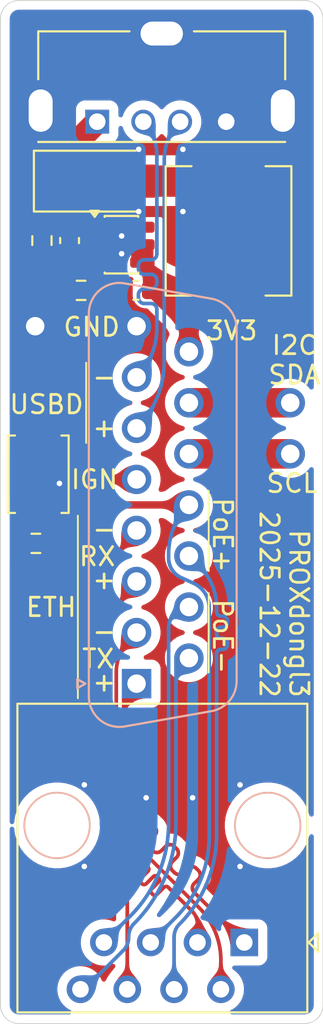
<source format=kicad_pcb>
(kicad_pcb
	(version 20241229)
	(generator "pcbnew")
	(generator_version "9.0")
	(general
		(thickness 1.6)
		(legacy_teardrops no)
	)
	(paper "A4")
	(layers
		(0 "F.Cu" signal)
		(2 "B.Cu" signal)
		(9 "F.Adhes" user "F.Adhesive")
		(11 "B.Adhes" user "B.Adhesive")
		(13 "F.Paste" user)
		(15 "B.Paste" user)
		(5 "F.SilkS" user "F.Silkscreen")
		(7 "B.SilkS" user "B.Silkscreen")
		(1 "F.Mask" user)
		(3 "B.Mask" user)
		(17 "Dwgs.User" user "User.Drawings")
		(19 "Cmts.User" user "User.Comments")
		(21 "Eco1.User" user "User.Eco1")
		(23 "Eco2.User" user "User.Eco2")
		(25 "Edge.Cuts" user)
		(27 "Margin" user)
		(31 "F.CrtYd" user "F.Courtyard")
		(29 "B.CrtYd" user "B.Courtyard")
		(35 "F.Fab" user)
		(33 "B.Fab" user)
		(39 "User.1" user)
		(41 "User.2" user)
		(43 "User.3" user)
		(45 "User.4" user)
	)
	(setup
		(pad_to_mask_clearance 0)
		(allow_soldermask_bridges_in_footprints no)
		(tenting front back)
		(pcbplotparams
			(layerselection 0x00000000_00000000_55555555_5755f5ff)
			(plot_on_all_layers_selection 0x00000000_00000000_00000000_00000000)
			(disableapertmacros no)
			(usegerberextensions yes)
			(usegerberattributes yes)
			(usegerberadvancedattributes yes)
			(creategerberjobfile yes)
			(dashed_line_dash_ratio 12.000000)
			(dashed_line_gap_ratio 3.000000)
			(svgprecision 4)
			(plotframeref no)
			(mode 1)
			(useauxorigin no)
			(hpglpennumber 1)
			(hpglpenspeed 20)
			(hpglpendiameter 15.000000)
			(pdf_front_fp_property_popups yes)
			(pdf_back_fp_property_popups yes)
			(pdf_metadata yes)
			(pdf_single_document no)
			(dxfpolygonmode yes)
			(dxfimperialunits yes)
			(dxfusepcbnewfont yes)
			(psnegative no)
			(psa4output no)
			(plot_black_and_white yes)
			(sketchpadsonfab no)
			(plotpadnumbers no)
			(hidednponfab no)
			(sketchdnponfab yes)
			(crossoutdnponfab yes)
			(subtractmaskfromsilk no)
			(outputformat 1)
			(mirror no)
			(drillshape 0)
			(scaleselection 1)
			(outputdirectory "out/")
		)
	)
	(net 0 "")
	(net 1 "/ETH_DC1+")
	(net 2 "/ETH_RX-")
	(net 3 "/ETH_TX+")
	(net 4 "/ETH_DC2+")
	(net 5 "/ETH_DC1-")
	(net 6 "/ETH_DC2-")
	(net 7 "/ETH_RX+")
	(net 8 "/ETH_TX-")
	(net 9 "/USB_D-")
	(net 10 "/USB_D+")
	(net 11 "+3V3")
	(net 12 "GND")
	(net 13 "+5V")
	(net 14 "Net-(D1-A)")
	(net 15 "Net-(U1-FB)")
	(net 16 "unconnected-(U1-NC-Pad6)")
	(net 17 "/I2C_SDA")
	(net 18 "/I2C_SCL")
	(net 19 "/IGNITION")
	(net 20 "Net-(SW1-A)")
	(footprint "Connector_USB:USB_A_Molex_105057_Vertical" (layer "F.Cu") (at 105.25 49.575))
	(footprint "Diode_SMD:D_SMA" (layer "F.Cu") (at 105.325 52.8))
	(footprint "Resistor_SMD:R_0603_1608Metric" (layer "F.Cu") (at 101.925 72.45 180))
	(footprint "Package_TO_SOT_SMD:SOT-23-6" (layer "F.Cu") (at 106.5625 56.25 90))
	(footprint "Button_Switch_SMD:SW_SPST_TS-1088-xR020" (layer "F.Cu") (at 102.05 68.7 90))
	(footprint "Capacitor_SMD:C_0603_1608Metric" (layer "F.Cu") (at 103.75 56.025 -90))
	(footprint "Inductor_SMD:L_APV_APH0630" (layer "F.Cu") (at 112.375 55.5 90))
	(footprint "Resistor_SMD:R_0603_1608Metric" (layer "F.Cu") (at 104.375 58.725))
	(footprint "Resistor_SMD:R_0603_1608Metric" (layer "F.Cu") (at 102.25 56.025 -90))
	(footprint "Capacitor_SMD:C_0603_1608Metric" (layer "F.Cu") (at 107.35 58.725 180))
	(footprint (layer "F.Cu") (at 101.885 60.67))
	(footprint (layer "F.Cu") (at 115.725 67.595))
	(footprint (layer "F.Cu") (at 115.725 64.825))
	(footprint "Connector_RJ:RJ45_OST_PJ012-8P8CX_Vertical" (layer "F.Cu") (at 113.23 94.1 180))
	(footprint "Connector_Dsub:DSUB-15_Socket_Vertical_P2.77x2.84mm" (layer "B.Cu") (at 107.385 80.06 -90))
	(gr_line
		(start 111.3 75.15)
		(end 111.3 79.45)
		(stroke
			(width 0.1)
			(type default)
		)
		(layer "F.SilkS")
		(uuid "7b7c1e79-eba0-4a39-8f93-4f79a106c7cf")
	)
	(gr_line
		(start 104.65 62.65)
		(end 104.65 67)
		(stroke
			(width 0.1)
			(type default)
		)
		(layer "F.SilkS")
		(uuid "962afc5d-95b0-4015-830d-d72aeae0a586")
	)
	(gr_line
		(start 111.3 69.6)
		(end 111.3 73.95)
		(stroke
			(width 0.1)
			(type default)
		)
		(layer "F.SilkS")
		(uuid "be0860b2-78ce-44c2-8985-ea6090560ae6")
	)
	(gr_line
		(start 104.2 70.95)
		(end 104.2 80.85)
		(stroke
			(width 0.1)
			(type default)
		)
		(layer "F.SilkS")
		(uuid "f8d659c8-ff70-4b99-a38d-781217489325")
	)
	(gr_line
		(start 100 97.5)
		(end 100 44)
		(stroke
			(width 0.05)
			(type default)
		)
		(layer "Edge.Cuts")
		(uuid "0db6ce03-0979-466c-8d70-b73e485d4a8f")
	)
	(gr_line
		(start 117.5 44)
		(end 117.5 97.5)
		(stroke
			(width 0.05)
			(type default)
		)
		(layer "Edge.Cuts")
		(uuid "10be46f5-97dc-400b-ad24-0b8b87306653")
	)
	(gr_line
		(start 101 43)
		(end 116.5 43)
		(stroke
			(width 0.05)
			(type default)
		)
		(layer "Edge.Cuts")
		(uuid "413b3a9e-9bd9-4831-9365-cd63dbd28d7f")
	)
	(gr_arc
		(start 116.5 43)
		(mid 117.207107 43.292893)
		(end 117.5 44)
		(stroke
			(width 0.05)
			(type default)
		)
		(layer "Edge.Cuts")
		(uuid "52b734ef-74dd-43b6-888f-18443ecf54e3")
	)
	(gr_arc
		(start 101 98.5)
		(mid 100.292893 98.207107)
		(end 100 97.5)
		(stroke
			(width 0.05)
			(type default)
		)
		(layer "Edge.Cuts")
		(uuid "6a17951b-3130-4b4a-9fe8-2b07478bf2be")
	)
	(gr_line
		(start 116.5 98.5)
		(end 101 98.5)
		(stroke
			(width 0.05)
			(type default)
		)
		(layer "Edge.Cuts")
		(uuid "79c46bbb-04e4-4a4a-967a-27117ae08049")
	)
	(gr_arc
		(start 117.5 97.5)
		(mid 117.207107 98.207107)
		(end 116.5 98.5)
		(stroke
			(width 0.05)
			(type default)
		)
		(layer "Edge.Cuts")
		(uuid "dbd91a20-56fa-46cf-ba01-69e810d4c7e5")
	)
	(gr_arc
		(start 100 44)
		(mid 100.292893 43.292893)
		(end 101 43)
		(stroke
			(width 0.05)
			(type default)
		)
		(layer "Edge.Cuts")
		(uuid "f40b6dc1-c075-4afe-b6bc-38632a8e4915")
	)
	(gr_text "ETH"
		(at 102.75 76.5 0)
		(layer "F.SilkS")
		(uuid "049bffc6-81b2-43bb-a40c-9da8e459d2e1")
		(effects
			(font
				(size 1 1)
				(thickness 0.15)
			)
			(justify bottom)
		)
	)
	(gr_text "SCL"
		(at 115.825 69.775 0)
		(layer "F.SilkS")
		(uuid "0975c62e-7a83-4825-b14b-a15373d2df61")
		(effects
			(font
				(size 1 1)
				(thickness 0.15)
			)
			(justify bottom)
		)
	)
	(gr_text "+"
		(at 105.625 75 0)
		(layer "F.SilkS")
		(uuid "0b90a5b0-df5d-4501-b2f2-b67448d903bf")
		(effects
			(font
				(size 1 1)
				(thickness 0.15)
			)
			(justify bottom)
		)
	)
	(gr_text "TX"
		(at 105.3 79.3 0)
		(layer "F.SilkS")
		(uuid "1794d75d-514e-449d-9103-4763c94b122d")
		(effects
			(font
				(size 1 1)
				(thickness 0.15)
			)
			(justify bottom)
		)
	)
	(gr_text "-"
		(at 105.625 77.8 0)
		(layer "F.SilkS")
		(uuid "1df42f9d-6b34-4d56-ac24-44dc5206c04f")
		(effects
			(font
				(size 1 1)
				(thickness 0.15)
			)
			(justify bottom)
		)
	)
	(gr_text "+"
		(at 105.625 80.55 0)
		(layer "F.SilkS")
		(uuid "26fe9f4a-06b7-4719-b1a4-70101fcfed63")
		(effects
			(font
				(size 1 1)
				(thickness 0.15)
			)
			(justify bottom)
		)
	)
	(gr_text "I2C\nSDA"
		(at 115.95 63.9 0)
		(layer "F.SilkS")
		(uuid "3785b389-4a48-406f-bad7-7d0e6ca5a0d5")
		(effects
			(font
				(size 1 1)
				(thickness 0.15)
			)
			(justify bottom)
		)
	)
	(gr_text "3V3"
		(at 112.55 61.5 0)
		(layer "F.SilkS")
		(uuid "3ee0d8b8-3e57-41fc-b8b9-064870c61fbb")
		(effects
			(font
				(size 1 1)
				(thickness 0.15)
			)
			(justify bottom)
		)
	)
	(gr_text "-"
		(at 105.625 72.25 0)
		(layer "F.SilkS")
		(uuid "3f3f6247-261b-47e9-ac0a-2d4d11d96d03")
		(effects
			(font
				(size 1 1)
				(thickness 0.15)
			)
			(justify bottom)
		)
	)
	(gr_text "PoE+"
		(at 111.475 72 270)
		(layer "F.SilkS")
		(uuid "4819db5c-a7f2-4d5a-892b-093ce72a6ae9")
		(effects
			(font
				(size 1 1)
				(thickness 0.15)
			)
			(justify bottom)
		)
	)
	(gr_text "PROXdongl3\n2025-12-22"
		(at 114 80.9 270)
		(layer "F.SilkS")
		(uuid "56a00f68-612a-4d4f-95f6-399a861de7d1")
		(effects
			(font
				(size 1 1)
				(thickness 0.15)
			)
			(justify right bottom)
		)
	)
	(gr_text "GND"
		(at 104.95 61.3 0)
		(layer "F.SilkS")
		(uuid "62408669-0d82-4b09-a3c6-e15998c50aa3")
		(effects
			(font
				(size 1 1)
				(thickness 0.15)
			)
			(justify bottom)
		)
	)
	(gr_text "-"
		(at 105.625 64 0)
		(layer "F.SilkS")
		(uuid "7860e24c-92e6-4578-bef4-82b88fcc73bf")
		(effects
			(font
				(size 1 1)
				(thickness 0.15)
			)
			(justify bottom)
		)
	)
	(gr_text "RX"
		(at 105.25 73.75 0)
		(layer "F.SilkS")
		(uuid "94adfeb0-c9ad-4a6b-98c9-e985685955c1")
		(effects
			(font
				(size 1 1)
				(thickness 0.15)
			)
			(justify bottom)
		)
	)
	(gr_text "IGN"
		(at 105.1 69.575 0)
		(layer "F.SilkS")
		(uuid "c8d87bec-a391-4205-b845-6b930131ddf5")
		(effects
			(font
				(size 1 1)
				(thickness 0.15)
			)
			(justify bottom)
		)
	)
	(gr_text "USBD"
		(at 102.5 65.5 0)
		(layer "F.SilkS")
		(uuid "d627d361-55c1-4fb3-8c05-87f33695c61d")
		(effects
			(font
				(size 1 1)
				(thickness 0.15)
			)
			(justify bottom)
		)
	)
	(gr_text "PoE-"
		(at 111.475 77.5 270)
		(layer "F.SilkS")
		(uuid "df6d8cb3-b30e-4703-b7c0-d3a2843d2850")
		(effects
			(font
				(size 1 1)
				(thickness 0.15)
			)
			(justify bottom)
		)
	)
	(gr_text "+"
		(at 105.625 66.75 0)
		(layer "F.SilkS")
		(uuid "ec000367-5a59-4131-9be4-cd9c849520c3")
		(effects
			(font
				(size 1 1)
				(thickness 0.15)
			)
			(justify bottom)
		)
	)
	(segment
		(start 109.42 93.811314)
		(end 109.42 96.64)
		(width 0.2)
		(layer "B.Cu")
		(net 1)
		(uuid "1b3a16c5-83c5-4082-963a-24f4bce5b034")
	)
	(segment
		(start 111.727 78.438473)
		(end 111.727 78.558473)
		(width 0.2)
		(layer "B.Cu")
		(net 1)
		(uuid "297592fe-a272-44fc-9e77-42cb25950c25")
	)
	(segment
		(start 112.307 77.838473)
		(end 112.307 77.958473)
		(width 0.2)
		(layer "B.Cu")
		(net 1)
		(uuid "3605a777-fcb1-4949-9d2b-4fed50311136")
	)
	(segment
		(start 110.225 73.135)
		(end 110.837673 73.747673)
		(width 0.2)
		(layer "B.Cu")
		(net 1)
		(uuid "42abc40d-b88e-4359-b3e2-d2fd62bc3daf")
	)
	(segment
		(start 111.967 76.398473)
		(end 112.067 76.398473)
		(width 0.2)
		(layer "B.Cu")
		(net 1)
		(uuid "4b6e64f8-ddf2-4ad7-88b5-f979a45e1a53")
	)
	(segment
		(start 111.727 78.611757)
		(end 111.727 79.948824)
		(width 0.2)
		(layer "B.Cu")
		(net 1)
		(uuid "58c9926b-6326-42e7-9dc0-12c851049de2")
	)
	(segment
		(start 111.727 78.558473)
		(end 111.727 78.611757)
		(width 0.2)
		(layer "B.Cu")
		(net 1)
		(uuid "83f4b8a8-9871-4188-8e2f-293062ac7c8a")
	)
	(segment
		(start 112.307 76.638473)
		(end 112.307 76.758473)
		(width 0.2)
		(layer "B.Cu")
		(net 1)
		(uuid "989da18c-164e-4312-b765-d0763e0d36c9")
	)
	(segment
		(start 112.067 76.998473)
		(end 111.967 76.998473)
		(width 0.2)
		(layer "B.Cu")
		(net 1)
		(uuid "aba83d00-45b9-415e-8971-df563c611b99")
	)
	(segment
		(start 111.727 79.948824)
		(end 111.727 88.241834)
		(width 0.2)
		(layer "B.Cu")
		(net 1)
		(uuid "b4f4a6aa-0c07-400b-8acd-30687c0c6f72")
	)
	(segment
		(start 112.067 78.198473)
		(end 111.967 78.198473)
		(width 0.2)
		(layer "B.Cu")
		(net 1)
		(uuid "c29c28f6-4ec4-47de-af13-a0590522dd89")
	)
	(segment
		(start 111.727005 75.894771)
		(end 111.727 76.158473)
		(width 0.2)
		(layer "B.Cu")
		(net 1)
		(uuid "cca05b71-5b5f-4256-ab52-cb01e3d64242")
	)
	(segment
		(start 111.727 77.238473)
		(end 111.727 77.358473)
		(width 0.2)
		(layer "B.Cu")
		(net 1)
		(uuid "e8f35f1c-5947-4153-b041-9d5f8b5d5ced")
	)
	(segment
		(start 111.967 77.598473)
		(end 112.067 77.598473)
		(width 0.2)
		(layer "B.Cu")
		(net 1)
		(uuid "eca8d92f-de7c-4ff4-8620-6832795d65d8")
	)
	(arc
		(start 111.727 88.241834)
		(mid 111.203571 90.873289)
		(end 109.712893 93.104207)
		(width 0.2)
		(layer "B.Cu")
		(net 1)
		(uuid "3d729d30-f11a-449e-8f5f-d25a15500890")
	)
	(arc
		(start 111.727 77.358473)
		(mid 111.797294 77.528179)
		(end 111.967 77.598473)
		(width 0.2)
		(layer "B.Cu")
		(net 1)
		(uuid "4889e938-fd7e-45f7-a438-fd58a02665ad")
	)
	(arc
		(start 111.967 76.998473)
		(mid 111.797294 77.068767)
		(end 111.727 77.238473)
		(width 0.2)
		(layer "B.Cu")
		(net 1)
		(uuid "840bed66-a729-458a-bb79-41114e5b1fc5")
	)
	(arc
		(start 112.307 77.958473)
		(mid 112.236706 78.128179)
		(end 112.067 78.198473)
		(width 0.2)
		(layer "B.Cu")
		(net 1)
		(uuid "88017b7f-2ce8-4096-b5fa-7d43e157a07b")
	)
	(arc
		(start 112.307 76.758473)
		(mid 112.236706 76.928179)
		(end 112.067 76.998473)
		(width 0.2)
		(layer "B.Cu")
		(net 1)
		(uuid "9785c371-2f24-469e-8504-4a7247b09219")
	)
	(arc
		(start 111.727 76.158473)
		(mid 111.797294 76.328179)
		(end 111.967 76.398473)
		(width 0.2)
		(layer "B.Cu")
		(net 1)
		(uuid "a609964b-d264-4d9f-b12b-08cc4a699a63")
	)
	(arc
		(start 112.067 76.398473)
		(mid 112.236706 76.468767)
		(end 112.307 76.638473)
		(width 0.2)
		(layer "B.Cu")
		(net 1)
		(uuid "ac1d85bb-f59a-4dfc-941c-ef6392377f83")
	)
	(arc
		(start 109.712893 93.104207)
		(mid 109.49612 93.428631)
		(end 109.42 93.811314)
		(width 0.2)
		(layer "B.Cu")
		(net 1)
		(uuid "d6ee7632-5b2a-4cfb-b595-83b645ff3a0f")
	)
	(arc
		(start 110.837673 73.747673)
		(mid 111.495887 74.73277)
		(end 111.727005 75.894771)
		(width 0.2)
		(layer "B.Cu")
		(net 1)
		(uuid "d77a85b3-60db-4da9-b72d-3bba58386af8")
	)
	(arc
		(start 112.067 77.598473)
		(mid 112.236706 77.668767)
		(end 112.307 77.838473)
		(width 0.2)
		(layer "B.Cu")
		(net 1)
		(uuid "db339cf9-2624-410e-9cdf-a3c53cbe6b3f")
	)
	(arc
		(start 111.967 78.198473)
		(mid 111.797294 78.268767)
		(end 111.727 78.438473)
		(width 0.2)
		(layer "B.Cu")
		(net 1)
		(uuid "e60421ae-9944-4ba1-b5d8-dc864b2c1861")
	)
	(segment
		(start 106.88 96.64)
		(end 106.88 91.014127)
		(width 0.2)
		(layer "F.Cu")
		(net 2)
		(uuid "35e5ba2f-7fd0-48ff-93b1-eae833a0d61e")
	)
	(segment
		(start 105.482 87.639086)
		(end 105.482 76.344198)
		(width 0.2)
		(layer "F.Cu")
		(net 2)
		(uuid "60b35e78-4833-4263-92c3-97eb2a95da3d")
	)
	(arc
		(start 105.774893 88.346193)
		(mid 106.592798 89.570264)
		(end 106.88 91.014127)
		(width 0.2)
		(layer "F.Cu")
		(net 2)
		(uuid "19e1288e-cd7a-4cfe-953d-6947053902e2")
	)
	(arc
		(start 107.385 71.75)
		(mid 105.976563 73.857856)
		(end 105.482 76.344198)
		(width 0.2)
		(layer "F.Cu")
		(net 2)
		(uuid "9c5fc30d-d7ed-4b8a-bacb-26097bee2dee")
	)
	(arc
		(start 105.774893 88.346193)
		(mid 105.55812 88.02177)
		(end 105.482 87.639086)
		(width 0.2)
		(layer "F.Cu")
		(net 2)
		(uuid "d51b8968-c8e4-42c4-9a1a-bfffcced0d88")
	)
	(segment
		(start 106.685 80.76)
		(end 106.685 87.140786)
		(width 0.2)
		(layer "F.Cu")
		(net 3)
		(uuid "213cc9bc-96a1-4c17-8f5c-ccd93a116c65")
	)
	(segment
		(start 108.728115 89.12294)
		(end 108.960045 88.891007)
		(width 0.2)
		(layer "F.Cu")
		(net 3)
		(uuid "24ac8024-d204-4326-b00b-005f6abc51fc")
	)
	(segment
		(start 110.62316 90.078947)
		(end 110.741953 90.19774)
		(width 0.2)
		(layer "F.Cu")
		(net 3)
		(uuid "33be4c92-56f3-41eb-816b-15f32d9d77e2")
	)
	(segment
		(start 107.385 80.06)
		(end 106.685 80.76)
		(width 0.2)
		(layer "F.Cu")
		(net 3)
		(uuid "34c1f55e-d59e-4312-a4ac-b692196311fb")
	)
	(segment
		(start 110.741953 90.672916)
		(end 110.51002 90.904846)
		(width 0.2)
		(layer "F.Cu")
		(net 3)
		(uuid "5422b261-37a7-4aa3-8ee2-9fe0f509da50")
	)
	(segment
		(start 107.385 80.06)
		(end 106.977893 80.467107)
		(width 0.2)
		(layer "F.Cu")
		(net 3)
		(uuid "6c1f7510-deab-4342-9ffa-c055c23b178e")
	)
	(segment
		(start 107.540176 87.935001)
		(end 107.772106 87.703068)
		(width 0.2)
		(layer "F.Cu")
		(net 3)
		(uuid "84b38016-7cc8-4fa3-8b7d-a5b057c522ba")
	)
	(segment
		(start 109.554014 89.484977)
		(end 109.322081 89.716907)
		(width 0.2)
		(layer "F.Cu")
		(net 3)
		(uuid "9ac48fe6-f7b1-44c0-98a7-4e04da66844b")
	)
	(segment
		(start 109.916054 90.310879)
		(end 110.147984 90.078946)
		(width 0.2)
		(layer "F.Cu")
		(net 3)
		(uuid "a2574c8e-f60c-47dc-ba1e-fdeaf4826972")
	)
	(segment
		(start 110.628817 91.498817)
		(end 111.065 91.935)
		(width 0.2)
		(layer "F.Cu")
		(net 3)
		(uuid "ab11df4e-0c3b-49e5-b3ae-859f74f2b246")
	)
	(segment
		(start 109.435221 88.891008)
		(end 109.554014 89.009801)
		(width 0.2)
		(layer "F.Cu")
		(net 3)
		(uuid "b6312bb9-ecae-4f9e-96e4-326e5c0f01a1")
	)
	(segment
		(start 109.322082 90.192083)
		(end 109.440878 90.310878)
		(width 0.2)
		(layer "F.Cu")
		(net 3)
		(uuid "b73de118-aa28-480d-b46e-9d60e59735a8")
	)
	(segment
		(start 108.366075 88.297038)
		(end 108.134142 88.528968)
		(width 0.2)
		(layer "F.Cu")
		(net 3)
		(uuid "bca99180-b19e-4329-afac-060f59b785f4")
	)
	(segment
		(start 111.065 91.935)
		(end 113.23 94.1)
		(width 0.2)
		(layer "F.Cu")
		(net 3)
		(uuid "d2aaabad-c98a-45ae-96f4-1a8bd2222fa4")
	)
	(segment
		(start 108.247282 87.703069)
		(end 108.366075 87.821862)
		(width 0.2)
		(layer "F.Cu")
		(net 3)
		(uuid "dfb03752-e664-48a2-9d08-a7133c0f8063")
	)
	(segment
		(start 110.510021 91.380022)
		(end 110.628817 91.498817)
		(width 0.2)
		(layer "F.Cu")
		(net 3)
		(uuid "e06b253f-14fb-4dc8-9851-561d427c4427")
	)
	(segment
		(start 106.977893 87.847893)
		(end 107.065 87.935)
		(width 0.2)
		(layer "F.Cu")
		(net 3)
		(uuid "e20394a6-36ba-478e-8529-2641863adfaf")
	)
	(segment
		(start 108.134143 89.004144)
		(end 108.252939 89.122939)
		(width 0.2)
		(layer "F.Cu")
		(net 3)
		(uuid "e7e0aa8a-e407-46af-a998-0e98ace99086")
	)
	(arc
		(start 108.134142 88.528968)
		(mid 108.035731 88.766556)
		(end 108.134143 89.004144)
		(width 0.2)
		(layer "F.Cu")
		(net 3)
		(uuid "233b63ef-0432-464d-be60-e0fff5d13ac2")
	)
	(arc
		(start 110.51002 90.904846)
		(mid 110.411609 91.142434)
		(end 110.510021 91.380022)
		(width 0.2)
		(layer "F.Cu")
		(net 3)
		(uuid "3f33e3bc-9f81-4a07-86d5-c2781531a87b")
	)
	(arc
		(start 109.440878 90.310878)
		(mid 109.678467 90.40929)
		(end 109.916054 90.310879)
		(width 0.2)
		(layer "F.Cu")
		(net 3)
		(uuid "443a3d4a-6585-4196-a40e-7041425c4eac")
	)
	(arc
		(start 110.147984 90.078946)
		(mid 110.385572 89.980535)
		(end 110.62316 90.078947)
		(width 0.2)
		(layer "F.Cu")
		(net 3)
		(uuid "450e2d8f-0dd2-42b4-8f9f-39d4c2ccd201")
	)
	(arc
		(start 110.741953 90.19774)
		(mid 110.840365 90.435328)
		(end 110.741953 90.672916)
		(width 0.2)
		(layer "F.Cu")
		(net 3)
		(uuid "4e2764a4-0acf-4e47-855b-0e09e4b064ac")
	)
	(arc
		(start 107.065 87.935)
		(mid 107.302589 88.033412)
		(end 107.540176 87.935001)
		(width 0.2)
		(layer "F.Cu")
		(net 3)
		(uuid "617fa0de-ebb0-436c-8263-15595d60ef9c")
	)
	(arc
		(start 108.366075 87.821862)
		(mid 108.464487 88.05945)
		(end 108.366075 88.297038)
		(width 0.2)
		(layer "F.Cu")
		(net 3)
		(uuid "75f31041-05b3-4f77-bf21-c5469b3b3203")
	)
	(arc
		(start 108.252939 89.122939)
		(mid 108.490528 89.221351)
		(end 108.728115 89.12294)
		(width 0.2)
		(layer "F.Cu")
		(net 3)
		(uuid "8f790694-a398-4b1e-bb57-b582fb2543be")
	)
	(arc
		(start 107.772106 87.703068)
		(mid 108.009694 87.604657)
		(end 108.247282 87.703069)
		(width 0.2)
		(layer "F.Cu")
		(net 3)
		(uuid "a951adfe-5ee2-47da-a8db-acf76f9336c4")
	)
	(arc
		(start 109.554014 89.009801)
		(mid 109.652426 89.247389)
		(end 109.554014 89.484977)
		(width 0.2)
		(layer "F.Cu")
		(net 3)
		(uuid "cac28868-16bc-44b8-8510-56e0c858b8a5")
	)
	(arc
		(start 106.685 87.140786)
		(mid 106.76112 87.52347)
		(end 106.977893 87.847893)
		(width 0.2)
		(layer "F.Cu")
		(net 3)
		(uuid "d50a074b-b3dd-4558-8c40-85b226028dcd")
	)
	(arc
		(start 109.322081 89.716907)
		(mid 109.22367 89.954495)
		(end 109.322082 90.192083)
		(width 0.2)
		(layer "F.Cu")
		(net 3)
		(uuid "dc2f670d-15ea-4477-9882-6c8a74a5d2f3")
	)
	(arc
		(start 108.960045 88.891007)
		(mid 109.197633 88.792596)
		(end 109.435221 88.891008)
		(width 0.2)
		(layer "F.Cu")
		(net 3)
		(uuid "e16beaad-139b-4905-8a28-40e8a90511db")
	)
	(segment
		(start 105.249214 70.365)
		(end 110.225 70.365)
		(width 0.4)
		(layer "F.Cu")
		(net 4)
		(uuid "28ffc81f-a65d-4b44-9612-79f8d15c4d07")
	)
	(segment
		(start 102.75 72.45)
		(end 104.542107 70.657893)
		(width 0.4)
		(layer "F.Cu")
		(net 4)
		(uuid "886713da-d5c7-4610-b7a1-e844412d6ec7")
	)
	(arc
		(start 105.249214 70.365)
		(mid 104.866531 70.44112)
		(end 104.542107 70.657893)
		(width 0.4)
		(layer "F.Cu")
		(net 4)
		(uuid "3401c0a7-82c0-402d-a12a-13ee7408dfc4")
	)
	(segment
		(start 111.326 75.937102)
		(end 111.326 88.341275)
		(width 0.2)
		(layer "B.Cu")
		(net 4)
		(uuid "2e521ab4-1c9c-4f82-8744-e8f74b45f502")
	)
	(segment
		(start 109.4997 92.750316)
		(end 108.15 94.1)
		(width 0.2)
		(layer "B.Cu")
		(net 4)
		(uuid "50323dfe-b2cd-4ed8-8839-87d366f75576")
	)
	(segment
		(start 109.123999 73.094481)
		(end 109.123997 73.24715)
		(width 0.2)
		(layer "B.Cu")
		(net 4)
		(uuid "573d0532-267c-4c64-81f2-82efa49f1e11")
	)
	(segment
		(start 109.124 73.050762)
		(end 109.123999 73.094481)
		(width 0.2)
		(layer "B.Cu")
		(net 4)
		(uuid "83aac324-fece-4496-8203-5c602cf4d72f")
	)
	(segment
		(start 109.124 73.022931)
		(end 109.124 73.050762)
		(width 0.2)
		(layer "B.Cu")
		(net 4)
		(uuid "b55e6cf2-afd1-4de7-8e61-c1b98395f5a3")
	)
	(segment
		(start 109.80946 74.311291)
		(end 110.472761 74.612516)
		(width 0.2)
		(layer "B.Cu")
		(net 4)
		(uuid "e3ce3b94-346f-4702-a787-4bad6a18c179")
	)
	(arc
		(start 109.123997 73.24715)
		(mid 109.310191 73.880054)
		(end 109.80946 74.311291)
		(width 0.2)
		(layer "B.Cu")
		(net 4)
		(uuid "29764fa2-a997-4704-9206-466832b26de4")
	)
	(arc
		(start 110.225 70.365)
		(mid 109.410133 71.584481)
		(end 109.124 73.022931)
		(width 0.2)
		(layer "B.Cu")
		(net 4)
		(uuid "524331c2-a955-4a25-93ad-45d61e2ba38d")
	)
	(arc
		(start 111.326 88.341275)
		(mid 110.85136 90.727434)
		(end 109.4997 92.750316)
		(width 0.2)
		(layer "B.Cu")
		(net 4)
		(uuid "95ff44f7-af53-4de6-a56f-ea9300a9a3de")
	)
	(arc
		(start 111.326 75.937102)
		(mid 111.094227 75.149297)
		(end 110.472761 74.612516)
		(width 0.2)
		(layer "B.Cu")
		(net 4)
		(uuid "e8685c65-5f2e-4be2-a160-a7a6580df01f")
	)
	(segment
		(start 109.416893 76.333107)
		(end 109.845 75.905)
		(width 0.2)
		(layer "B.Cu")
		(net 5)
		(uuid "19de6717-dd66-4f55-9b1f-ed5f070abbb0")
	)
	(segment
		(start 109.124 87.641773)
		(end 109.124 77.040214)
		(width 0.2)
		(layer "B.Cu")
		(net 5)
		(uuid "7ef2c0a7-1daf-4709-ba47-40c201c5c4ee")
	)
	(segment
		(start 109.845 75.905)
		(end 110.225 75.905)
		(width 0.2)
		(layer "B.Cu")
		(net 5)
		(uuid "7ff693eb-e5e6-4b1c-9b05-4bb976a10db3")
	)
	(segment
		(start 105.61 94.1)
		(end 107.042033 92.668001)
		(width 0.2)
		(layer "B.Cu")
		(net 5)
		(uuid "947dcb75-2a58-4d01-91e3-4a251669c49b")
	)
	(segment
		(start 105.61 94.1)
		(end 105.5 93.99)
		(width 0.2)
		(layer "B.Cu")
		(net 5)
		(uuid "ee570994-3e94-4237-bd5c-cfcc1aedb572")
	)
	(arc
		(start 107.042033 92.668001)
		(mid 108.582913 90.361955)
		(end 109.124 87.641773)
		(width 0.2)
		(layer "B.Cu")
		(net 5)
		(uuid "9367f155-3e0b-4ef1-95e0-d75e8f9bf54c")
	)
	(arc
		(start 109.416893 76.333107)
		(mid 109.20012 76.65753)
		(end 109.124 77.040214)
		(width 0.2)
		(layer "B.Cu")
		(net 5)
		(uuid "ac278524-a01d-4232-8144-d0e3b99e6d94")
	)
	(segment
		(start 106.953893 93.828232)
		(end 106.953893 93.785982)
		(width 0.2)
		(layer "B.Cu")
		(net 6)
		(uuid "6010f089-3123-43db-a364-fbc262c45f34")
	)
	(segment
		(start 109.525 87.578835)
		(end 109.525 79.789214)
		(width 0.2)
		(layer "B.Cu")
		(net 6)
		(uuid "7e9e76bf-d0c5-4b76-b851-d7129937c28e")
	)
	(segment
		(start 104.556339 96.64)
		(end 106.661 94.535339)
		(width 0.2)
		(layer "B.Cu")
		(net 6)
		(uuid "95ee3c68-50d0-449d-b1c1-bdd40f4b71cc")
	)
	(segment
		(start 104.34 96.64)
		(end 104.556339 96.64)
		(width 0.2)
		(layer "B.Cu")
		(net 6)
		(uuid "b41c45bb-3840-4329-873b-0826724ca19c")
	)
	(segment
		(start 109.817893 79.082107)
		(end 110.225 78.675)
		(width 0.2)
		(layer "B.Cu")
		(net 6)
		(uuid "ee68e164-ca41-4506-92ea-0620134d969e")
	)
	(arc
		(start 109.525 79.789214)
		(mid 109.60112 79.406531)
		(end 109.817893 79.082107)
		(width 0.2)
		(layer "B.Cu")
		(net 6)
		(uuid "601c0325-34fd-4107-8982-98e1646ff6bb")
	)
	(arc
		(start 106.953893 93.785982)
		(mid 107.030013 93.403299)
		(end 107.246786 93.078875)
		(width 0.2)
		(layer "B.Cu")
		(net 6)
		(uuid "6cbdcb56-97f5-4eb9-bec7-9c4b1ad8ab0a")
	)
	(arc
		(start 106.661 94.535339)
		(mid 106.877773 94.210916)
		(end 106.953893 93.828232)
		(width 0.2)
		(layer "B.Cu")
		(net 6)
		(uuid "cdf8a814-f6e8-4848-b587-18abdfccfa59")
	)
	(arc
		(start 107.246786 93.078875)
		(mid 108.932921 90.555415)
		(end 109.525 87.578835)
		(width 0.2)
		(layer "B.Cu")
		(net 6)
		(uuid "eb7a141a-7c25-4cc6-b7e6-d884c399ce57")
	)
	(segment
		(start 109.162381 91.166581)
		(end 109.3279 91.3321)
		(width 0.2)
		(layer "F.Cu")
		(net 7)
		(uuid "15b411c7-ffbd-4ead-bf58-f9f9c6b35cb2")
	)
	(segment
		(start 109.104397 91.108597)
		(end 109.162381 91.166581)
		(width 0.2)
		(layer "F.Cu")
		(net 7)
		(uuid "2762318f-2d42-4a0d-9577-aa34abcf0d1c")
	)
	(segment
		(start 108.002727 90.238858)
		(end 107.619475 90.622109)
		(width 0.2)
		(layer "F.Cu")
		(net 7)
		(uuid "287071ee-1ee2-499c-a9ce-f8ecf42d3b0b")
	)
	(segment
		(start 107.4229 89.659031)
		(end 107.216424 89.865506)
		(width 0.2)
		(layer "F.Cu")
		(net 7)
		(uuid "29a7ed2f-8e4f-4cb7-82c9-1b82aa07d29c")
	)
	(segment
		(start 108.199302 91.433867)
		(end 108.257284 91.491849)
		(width 0.2)
		(layer "F.Cu")
		(net 7)
		(uuid "2bc0a353-443d-4045-92f7-8008b44d6876")
	)
	(segment
		(start 107.216424 90.097437)
		(end 107.274406 90.155419)
		(width 0.2)
		(layer "F.Cu")
		(net 7)
		(uuid "3bd8a843-541f-49a2-80ce-54e5adec7582")
	)
	(segment
		(start 109.3279 91.3321)
		(end 110.281037 92.285237)
		(width 0.2)
		(layer "F.Cu")
		(net 7)
		(uuid "3ff0c178-d559-4453-b347-324ac0c71169")
	)
	(segment
		(start 110.281037 92.285237)
		(end 110.397107 92.401307)
		(width 0.2)
		(layer "F.Cu")
		(net 7)
		(uuid "870a4c3e-3467-4d7d-899e-2fa5d5e145dc")
	)
	(segment
		(start 107.944743 89.948943)
		(end 108.002727 90.006927)
		(width 0.2)
		(layer "F.Cu")
		(net 7)
		(uuid "9c62ffd7-2d59-4831-8a10-0b34bb66b7f3")
	)
	(segment
		(start 107.506337 90.155419)
		(end 107.712812 89.948943)
		(width 0.2)
		(layer "F.Cu")
		(net 7)
		(uuid "a5c6f3b1-9b78-483d-a59a-da4a82b89d2b")
	)
	(segment
		(start 107.909388 90.912022)
		(end 108.292639 90.52877)
		(width 0.2)
		(layer "F.Cu")
		(net 7)
		(uuid "a8239e8f-f4ad-4bcd-a685-40b24630076d")
	)
	(segment
		(start 108.582554 90.818685)
		(end 108.199302 91.201936)
		(width 0.2)
		(layer "F.Cu")
		(net 7)
		(uuid "ae2a428f-6241-4267-938d-dc7b1785dbab")
	)
	(segment
		(start 107.619475 90.85404)
		(end 107.677457 90.912022)
		(width 0.2)
		(layer "F.Cu")
		(net 7)
		(uuid "bd542de6-00d6-4569-a8a8-7b814e5434c0")
	)
	(segment
		(start 105.883 78.146129)
		(end 105.883 87.472986)
		(width 0.2)
		(layer "F.Cu")
		(net 7)
		(uuid "bdcc6913-de0c-47e8-80af-b18b6df31a33")
	)
	(segment
		(start 108.52457 90.52877)
		(end 108.582554 90.586754)
		(width 0.2)
		(layer "F.Cu")
		(net 7)
		(uuid "cbb60cd9-50b4-4299-b5a3-262396cc7801")
	)
	(segment
		(start 106.175893 88.180093)
		(end 107.4229 89.4271)
		(width 0.2)
		(layer "F.Cu")
		(net 7)
		(uuid "dc2eb85c-2011-497b-9c1a-e9375e89c281")
	)
	(segment
		(start 108.489215 91.491849)
		(end 108.872466 91.108597)
		(width 0.2)
		(layer "F.Cu")
		(net 7)
		(uuid "f106b01f-947e-4b6d-b921-7b6d67ddc96c")
	)
	(segment
		(start 110.69 93.108414)
		(end 110.69 94.1)
		(width 0.2)
		(layer "F.Cu")
		(net 7)
		(uuid "fadf9c9d-be21-45c6-bd28-ba31471b182e")
	)
	(arc
		(start 107.677457 90.912022)
		(mid 107.793423 90.960056)
		(end 107.909388 90.912022)
		(width 0.2)
		(layer "F.Cu")
		(net 7)
		(uuid "0044d40f-1336-4018-897f-f767c31ef9ee")
	)
	(arc
		(start 110.397107 92.401307)
		(mid 110.61388 92.725731)
		(end 110.69 93.108414)
		(width 0.2)
		(layer "F.Cu")
		(net 7)
		(uuid "08a9e97a-790d-4c1c-9c02-8911175f24f6")
	)
	(arc
		(start 105.883 87.472986)
		(mid 105.95912 87.855669)
		(end 106.175893 88.180093)
		(width 0.2)
		(layer "F.Cu")
		(net 7)
		(uuid "132eb2b6-7af8-45e0-ad5e-0a1ba96503ff")
	)
	(arc
		(start 108.199302 91.201936)
		(mid 108.151268 91.317901)
		(end 108.199302 91.433867)
		(width 0.2)
		(layer "F.Cu")
		(net 7)
		(uuid "2908833b-4ba6-4279-91a0-8e3768d41ad8")
	)
	(arc
		(start 107.4229 89.4271)
		(mid 107.470934 89.543066)
		(end 107.4229 89.659031)
		(width 0.2)
		(layer "F.Cu")
		(net 7)
		(uuid "3d1a5c3b-9c1c-4ff9-b509-0cd7ba345534")
	)
	(arc
		(start 108.002727 90.006927)
		(mid 108.050761 90.122893)
		(end 108.002727 90.238858)
		(width 0.2)
		(layer "F.Cu")
		(net 7)
		(uuid "43d0c6e6-db7b-45ce-b80a-75e47fc99d11")
	)
	(arc
		(start 107.619475 90.622109)
		(mid 107.571441 90.738074)
		(end 107.619475 90.85404)
		(width 0.2)
		(layer "F.Cu")
		(net 7)
		(uuid "450ede13-fc08-433a-a879-90ba3cb3c275")
	)
	(arc
		(start 107.712812 89.948943)
		(mid 107.828777 89.900909)
		(end 107.944743 89.948943)
		(width 0.2)
		(layer "F.Cu")
		(net 7)
		(uuid "559183c8-82a1-498e-9f0c-0c279546951a")
	)
	(arc
		(start 108.292639 90.52877)
		(mid 108.408604 90.480736)
		(end 108.52457 90.52877)
		(width 0.2)
		(layer "F.Cu")
		(net 7)
		(uuid "6c24ef7f-7479-488d-81ee-eaa183b09299")
	)
	(arc
		(start 108.582554 90.586754)
		(mid 108.630588 90.70272)
		(end 108.582554 90.818685)
		(width 0.2)
		(layer "F.Cu")
		(net 7)
		(uuid "a09cebd6-3518-47f7-8983-a19fb2e66433")
	)
	(arc
		(start 107.274406 90.155419)
		(mid 107.390372 90.203453)
		(end 107.506337 90.155419)
		(width 0.2)
		(layer "F.Cu")
		(net 7)
		(uuid "a2dcb139-68dc-48c9-8390-fa2135db1e40")
	)
	(arc
		(start 107.216424 89.865506)
		(mid 107.16839 89.981471)
		(end 107.216424 90.097437)
		(width 0.2)
		(layer "F.Cu")
		(net 7)
		(uuid "ad7c87b6-7075-4132-a3b8-14a1b031aa08")
	)
	(arc
		(start 107.385 74.52)
		(mid 106.273353 76.18369)
		(end 105.883 78.146129)
		(width 0.2)
		(layer "F.Cu")
		(net 7)
		(uuid "b7972300-392c-4a71-beb6-4c9b3c4b1973")
	)
	(arc
		(start 108.872466 91.108597)
		(mid 108.988431 91.060563)
		(end 109.104397 91.108597)
		(width 0.2)
		(layer "F.Cu")
		(net 7)
		(uuid "ea0192bc-0949-40f4-aa03-732e56c585c8")
	)
	(arc
		(start 108.257284 91.491849)
		(mid 108.37325 91.539883)
		(end 108.489215 91.491849)
		(width 0.2)
		(layer "F.Cu")
		(net 7)
		(uuid "ffa78e4a-9ea6-435a-ba81-a0d93d71d9c7")
	)
	(segment
		(start 111.96 96.64)
		(end 111.96 95.064265)
		(width 0.2)
		(layer "F.Cu")
		(net 8)
		(uuid "1e072b2f-a021-4d03-b679-d9ccb33c45ac")
	)
	(segment
		(start 110.781137 92.218237)
		(end 106.576893 88.013993)
		(width 0.2)
		(layer "F.Cu")
		(net 8)
		(uuid "2ced86cf-7653-41f5-805b-b58d44cbf522")
	)
	(segment
		(start 107.037789 77.637211)
		(end 107.385 77.29)
		(width 0.2)
		(layer "F.Cu")
		(net 8)
		(uuid "54d048d0-6021-4565-a7d5-639d167c4ae7")
	)
	(segment
		(start 106.284 87.306886)
		(end 106.284 79.457019)
		(width 0.2)
		(layer "F.Cu")
		(net 8)
		(uuid "712ae5f0-9554-4cfe-b6b0-42cb67fcdea8")
	)
	(arc
		(start 106.576893 88.013993)
		(mid 106.36012 87.68957)
		(end 106.284 87.306886)
		(width 0.2)
		(layer "F.Cu")
		(net 8)
		(uuid "0907e4d0-264d-4934-9588-116a623b2293")
	)
	(arc
		(start 107.037789 77.637211)
		(mid 106.479903 78.472146)
		(end 106.284 79.457019)
		(width 0.2)
		(layer "F.Cu")
		(net 8)
		(uuid "6fbe9976-3140-4f1f-b030-d3810ef537c8")
	)
	(arc
		(start 111.96 95.064265)
		(mid 111.653623 93.524006)
		(end 110.781137 92.218237)
		(width 0.2)
		(layer "F.Cu")
		(net 8)
		(uuid "c8e3aab4-fd21-4b27-8658-33ac568c0160")
	)
	(segment
		(start 108.486 51.351842)
		(end 108.486 51.796628)
		(width 0.2)
		(layer "B.Cu")
		(net 9)
		(uuid "022229e0-ef6b-4471-a7ff-86bdbebb8f62")
	)
	(segment
		(start 108.486 51.796628)
		(end 108.486 56.752191)
		(width 0.2)
		(layer "B.Cu")
		(net 9)
		(uuid "05cceade-a274-414f-8bf2-59eb1124b987")
	)
	(segment
		(start 108.486 60.741494)
		(end 108.486 60.781945)
		(width 0.2)
		(layer "B.Cu")
		(net 9)
		(uuid "10557358-4856-4ab5-ae04-97387702dcab")
	)
	(segment
		(start 108.486 60.451494)
		(end 108.486 60.741494)
		(width 0.2)
		(layer "B.Cu")
		(net 9)
		(uuid "14a6e22d-c347-4fc1-8b3e-f53f9be841cf")
	)
	(segment
		(start 107.802 59.438191)
		(end 108.17 59.438191)
		(width 0.2)
		(layer "B.Cu")
		(net 9)
		(uuid "2476beab-af21-4edd-993c-b2bfa6a05dae")
	)
	(segment
		(start 108.486 59.754191)
		(end 108.486 59.912191)
		(width 0.2)
		(layer "B.Cu")
		(net 9)
		(uuid "408dca81-1860-47b8-81f9-4adeff4512c8")
	)
	(segment
		(start 108.486 59.912191)
		(end 108.486 60.451494)
		(width 0.2)
		(layer "B.Cu")
		(net 9)
		(uuid "4c1fca2c-7319-40d3-ab82-cd99bcce3436")
	)
	(segment
		(start 107.486 57.384191)
		(end 107.486 57.542191)
		(width 0.2)
		(layer "B.Cu")
		(net 9)
		(uuid "700aad17-d708-4588-8db6-1688d2fab2ac")
	)
	(segment
		(start 108.17 58.648191)
		(end 107.802 58.648191)
		(width 0.2)
		(layer "B.Cu")
		(net 9)
		(uuid "84a83b14-4ce5-49b5-9a67-78eb7ffc7df3")
	)
	(segment
		(start 108.17 57.068191)
		(end 107.802 57.068191)
		(width 0.2)
		(layer "B.Cu")
		(net 9)
		(uuid "927ed8b6-8f78-4bd4-9706-697d355de0a1")
	)
	(segment
		(start 107.802 57.858191)
		(end 108.17 57.858191)
		(width 0.2)
		(layer "B.Cu")
		(net 9)
		(uuid "98fd1a51-6f36-459e-87c9-e3b59824143e")
	)
	(segment
		(start 108.486 58.174191)
		(end 108.486 58.332191)
		(width 0.2)
		(layer "B.Cu")
		(net 9)
		(uuid "bc84b526-1150-401d-9fe4-6b77ceaaf9ee")
	)
	(segment
		(start 107.486 58.964191)
		(end 107.486 59.122191)
		(width 0.2)
		(layer "B.Cu")
		(net 9)
		(uuid "e486bcad-5971-4c54-9f6f-fc3cf2dabbe6")
	)
	(arc
		(start 107.486 57.542191)
		(mid 107.578554 57.765637)
		(end 107.802 57.858191)
		(width 0.2)
		(layer "B.Cu")
		(net 9)
		(uuid "280d5bb5-4950-4afe-a3ed-a8864f2297e4")
	)
	(arc
		(start 107.802 58.648191)
		(mid 107.578554 58.740745)
		(end 107.486 58.964191)
		(width 0.2)
		(layer "B.Cu")
		(net 9)
		(uuid "2de487c8-fb55-48d5-bc7e-ec52e6391cd6")
	)
	(arc
		(start 108.17 59.438191)
		(mid 108.393446 59.530745)
		(end 108.486 59.754191)
		(width 0.2)
		(layer "B.Cu")
		(net 9)
		(uuid "310b9eb1-f40c-464c-803e-07fcd671bbd2")
	)
	(arc
		(start 107.802 57.068191)
		(mid 107.578554 57.160745)
		(end 107.486 57.384191)
		(width 0.2)
		(layer "B.Cu")
		(net 9)
		(uuid "4ed03029-a14b-4556-b297-c4721f03f8ae")
	)
	(arc
		(start 107.486 59.122191)
		(mid 107.578554 59.345637)
		(end 107.802 59.438191)
		(width 0.2)
		(layer "B.Cu")
		(net 9)
		(uuid "8c9d0890-f225-44dd-b647-dc5606e56a90")
	)
	(arc
		(start 108.486 56.752191)
		(mid 108.393446 56.975637)
		(end 108.17 57.068191)
		(width 0.2)
		(layer "B.Cu")
		(net 9)
		(uuid "c20b928b-6a80-4e7d-b9f0-dc690c64e669")
	)
	(arc
		(start 108.486 58.332191)
		(mid 108.393446 58.555637)
		(end 108.17 58.648191)
		(width 0.2)
		(layer "B.Cu")
		(net 9)
		(uuid "cc45073d-188f-442c-ac23-d06d8c53fecb")
	)
	(arc
		(start 108.17 57.858191)
		(mid 108.393446 57.950745)
		(end 108.486 58.174191)
		(width 0.2)
		(layer "B.Cu")
		(net 9)
		(uuid "dd19b0d6-1a0e-42c1-a89c-7a4a8e7da597")
	)
	(arc
		(start 108.486 60.781945)
		(mid 108.199858 62.220476)
		(end 107.385 63.44)
		(width 0.2)
		(layer "B.Cu")
		(net 9)
		(uuid "f33cfceb-e09f-45eb-b11a-bab4a8b100c3")
	)
	(arc
		(start 107.75 49.575)
		(mid 108.294723 50.390229)
		(end 108.486 51.351842)
		(width 0.2)
		(layer "B.Cu")
		(net 9)
		(uuid "f3bf2c74-4ab3-4a73-b73e-f22aebb82efc")
	)
	(segment
		(start 108.887 51.658474)
		(end 108.887 62.583871)
		(width 0.2)
		(layer "B.Cu")
		(net 10)
		(uuid "bda663fa-58e7-44bf-954b-314e59c1a180")
	)
	(arc
		(start 109.75 49.575)
		(mid 109.111288 50.530903)
		(end 108.887 51.658474)
		(width 0.2)
		(layer "B.Cu")
		(net 10)
		(uuid "4ff6a839-319f-4996-91ee-d45cb3613d47")
	)
	(arc
		(start 107.385 66.21)
		(mid 108.496646 64.546311)
		(end 108.887 62.583871)
		(width 0.2)
		(layer "B.Cu")
		(net 10)
		(uuid "8655bb6f-9eb8-44d4-8c09-6e0886ab5343")
	)
	(segment
		(start 110.225 62.055)
		(end 110.225 61.939214)
		(width 0.6)
		(layer "F.Cu")
		(net 11)
		(uuid "170c2a41-6f92-4a19-84ec-18ec923a2f8a")
	)
	(segment
		(start 107.7 56.25)
		(end 107.7 57.2)
		(width 0.6)
		(layer "F.Cu")
		(net 11)
		(uuid "2492e7e2-fe6f-4215-b9b8-165433f621da")
	)
	(segment
		(start 108.125 58.725)
		(end 108.125 58.225905)
		(width 0.6)
		(layer "F.Cu")
		(net 11)
		(uuid "33d1a2ea-c14c-43f7-9fba-887cd23adffb")
	)
	(segment
		(start 108.125 58.725)
		(end 109.355262 59.955262)
		(width 0.6)
		(layer "F.Cu")
		(net 11)
		(uuid "571dcac4-9f88-4435-9818-45e38f56c842")
	)
	(segment
		(start 111.200775 59.699225)
		(end 112.375 58.525)
		(width 0.6)
		(layer "F.Cu")
		(net 11)
		(uuid "6b80050f-859e-4fec-82a6-74f2854d2033")
	)
	(segment
		(start 108.0008 56.250599)
		(end 108.0008 57.200599)
		(width 0.6)
		(layer "F.Cu")
		(net 11)
		(uuid "8f07fb61-73d2-42d5-bef1-6e430c1d4e87")
	)
	(segment
		(start 107.39292 56.250599)
		(end 107.39292 57.200599)
		(width 0.6)
		(layer "F.Cu")
		(net 11)
		(uuid "f313e5ec-cc3b-4525-92f0-23a5eb790b50")
	)
	(segment
		(start 112.375 58.525)
		(end 110.898711 58.525)
		(width 0.6)
		(layer "F.Cu")
		(net 11)
		(uuid "f7ce4b53-9eda-4613-b900-b995329cbce1")
	)
	(arc
		(start 107.7 57.2)
		(mid 108.01457 57.670741)
		(end 108.125 58.225905)
		(width 0.8)
		(layer "F.Cu")
		(net 11)
		(uuid "88cba9be-06f0-4804-b57a-ad465b808e54")
	)
	(arc
		(start 110.225 62.055)
		(mid 110.478596 60.780044)
		(end 111.200775 59.699225)
		(width 0.6)
		(layer "F.Cu")
		(net 11)
		(uuid "8d1e7f45-e56b-4218-b696-359d90968eb4")
	)
	(arc
		(start 107.7 57.2)
		(mid 109.167628 58.180667)
		(end 110.898711 58.525)
		(width 0.6)
		(layer "F.Cu")
		(net 11)
		(uuid "a2bb79dc-49e8-4a84-8ad0-4e74fb6bef38")
	)
	(arc
		(start 110.225 62.055)
		(mid 109.998963 60.918626)
		(end 109.355262 59.955262)
		(width 0.6)
		(layer "F.Cu")
		(net 11)
		(uuid "ba1a86ae-af18-4c90-ba12-2cd130b5f500")
	)
	(segment
		(start 106.067107 45.087893)
		(end 102.18 48.975)
		(width 0.4)
		(layer "F.Cu")
		(net 12)
		(uuid "0c33beac-12bb-445d-a783-1004852db0d5")
	)
	(segment
		(start 108.75 44.795)
		(end 110.725786 44.795)
		(width 0.4)
		(layer "F.Cu")
		(net 12)
		(uuid "0d073ff7-1f92-4185-8570-d1c6bc823cd7")
	)
	(segment
		(start 106.575 55.775)
		(end 106.575 55.115507)
		(width 0.5)
		(layer "F.Cu")
		(net 12)
		(uuid "1b29288a-18e3-4152-adf3-503a89f120b8")
	)
	(segment
		(start 108.75 44.795)
		(end 106.774214 44.795)
		(width 0.4)
		(layer "F.Cu")
		(net 12)
		(uuid "21a4a2c9-b853-46ee-af2f-c2201bc6d97e")
	)
	(segment
		(start 105.428345 56.25)
		(end 105.425 56.25)
		(width 0.5)
		(layer "F.Cu")
		(net 12)
		(uuid "464595cd-b78e-429a-97ab-21bffa4ebcfb")
	)
	(segment
		(start 107.5 51.075)
		(end 109.9 51.075)
		(width 0.6)
		(layer "F.Cu")
		(net 12)
		(uuid "47031d27-f677-4c70-b514-514ffae23bb7")
	)
	(segment
		(start 107.5 54.45)
		(end 109.9 54.45)
		(width 0.6)
		(layer "F.Cu")
		(net 12)
		(uuid "65de9893-5578-4fb2-98b6-b7dbdfacf595")
	)
	(segment
		(start 106.721447 54.761953)
		(end 106.886954 54.596446)
		(width 0.5)
		(layer "F.Cu")
		(net 12)
		(uuid "676d1e6f-4a68-467a-9481-a005ad06e796")
	)
	(segment
		(start 106.575 55.775)
		(end 106.575 56.737501)
		(width 0.5)
		(layer "F.Cu")
		(net 12)
		(uuid "69376a2b-c0ad-43c5-824e-631527d14036")
	)
	(segment
		(start 114.72 49.575)
		(end 115.32 48.975)
		(width 0.4)
		(layer "F.Cu")
		(net 12)
		(uuid "8556cc7d-a651-4238-b822-cbc3ed084b25")
	)
	(segment
		(start 107.377565 60.662565)
		(end 107.385 60.67)
		(width 0.5)
		(layer "F.Cu")
		(net 12)
		(uuid "8713ff0f-17aa-455e-acb6-80cd1531a3fa")
	)
	(segment
		(start 105.2 58.725)
		(end 106.575 58.725)
		(width 0.5)
		(layer "F.Cu")
		(net 12)
		(uuid "aa35fed9-e246-4677-b0c9-86d687d6b526")
	)
	(segment
		(start 107.379675 60.864675)
		(end 107.385 60.87)
		(width 0.2)
		(layer "F.Cu")
		(net 12)
		(uuid "b301174a-6c44-4f14-80a8-f66375b7bcf4")
	)
	(segment
		(start 106.575 58.725)
		(end 106.575 56.737501)
		(width 0.5)
		(layer "F.Cu")
		(net 12)
		(uuid "d2222aea-3d7c-425b-a3a4-bcceb79392bd")
	)
	(segment
		(start 106.575 56.737501)
		(end 106.555922 56.718423)
		(width 0.5)
		(layer "F.Cu")
		(net 12)
		(uuid "de14852f-f881-4696-9fe7-3d60d4bb105d")
	)
	(segment
		(start 105.425 56.25)
		(end 105.077778 56.25)
		(width 0.6)
		(layer "F.Cu")
		(net 12)
		(uuid "de38eb4e-bebd-4316-a004-e66dc24d02ab")
	)
	(segment
		(start 113.6 49.575)
		(end 114.72 49.575)
		(width 0.4)
		(layer "F.Cu")
		(net 12)
		(uuid "de84eedb-5098-4696-a021-39f315b576d5")
	)
	(segment
		(start 112.25 49.575)
		(end 113.6 49.575)
		(width 0.4)
		(layer "F.Cu")
		(net 12)
		(uuid "e76fc6c7-03b6-4c7f-8bff-e1d4b22b89a6")
	)
	(segment
		(start 111.432893 45.087893)
		(end 115.32 48.975)
		(width 0.4)
		(layer "F.Cu")
		(net 12)
		(uuid "ee3734c8-a041-4cac-b585-fee2f2dcb9b0")
	)
	(segment
		(start 107.240507 54.45)
		(end 107.5 54.45)
		(width 0.5)
		(layer "F.Cu")
		(net 12)
		(uuid "f1eb9fc8-4c1e-43a5-8505-12119a1d3ac9")
	)
	(via
		(at 109.9 51.075)
		(size 0.6)
		(drill 0.3)
		(layers "F.Cu" "B.Cu")
		(free yes)
		(net 12)
		(uuid "0d74069c-dfaf-4ddd-a18b-7e71b9851a49")
	)
	(via
		(at 107.5 54.45)
		(size 0.6)
		(drill 0.3)
		(layers "F.Cu" "B.Cu")
		(free yes)
		(net 12)
		(uuid "7a5e6030-1e94-42c7-b57f-0a14615c26d3")
	)
	(via
		(at 110.425 86.25)
		(size 0.6)
		(drill 0.3)
		(layers "F.Cu" "B.Cu")
		(free yes)
		(net 12)
		(uuid "876bae1b-0760-49b5-832e-b69fcf0cf519")
	)
	(via
		(at 107.5 51.075)
		(size 0.6)
		(drill 0.3)
		(layers "F.Cu" "B.Cu")
		(free yes)
		(net 12)
		(uuid "9b8119a8-0615-4f9f-bea9-9d76e93fe7e8")
	)
	(via
		(at 104.55 85.55)
		(size 0.6)
		(drill 0.3)
		(layers "F.Cu" "B.Cu")
		(free yes)
		(net 12)
		(uuid "a2a88590-cfd5-4a29-a531-b3394a926948")
	)
	(via
		(at 113 85.55)
		(size 0.6)
		(drill 0.3)
		(layers "F.Cu" "B.Cu")
		(free yes)
		(net 12)
		(uuid "ac616ec1-d1d2-44fb-9f49-8187201b2e90")
	)
	(via
		(at 103.2 69.2)
		(size 0.6)
		(drill 0.3)
		(layers "F.Cu" "B.Cu")
		(free yes)
		(net 12)
		(uuid "ad86d190-6989-4605-9b58-4624382339d3")
	)
	(via
		(at 107.905 86.25)
		(size 0.6)
		(drill 0.3)
		(layers "F.Cu" "B.Cu")
		(free yes)
		(net 12)
		(uuid "c61ff644-7bac-4835-a369-81f37b2dd0ef")
	)
	(via
		(at 106.575 55.775)
		(size 0.6)
		(drill 0.3)
		(layers "F.Cu" "B.Cu")
		(free yes)
		(net 12)
		(uuid "cec26263-7c94-4cca-97c4-66dc0bc37808")
	)
	(via
		(at 113 89.975)
		(size 0.6)
		(drill 0.3)
		(layers "F.Cu" "B.Cu")
		(free yes)
		(net 12)
		(uuid "d2f92140-5c7d-45e8-ba65-388e2768ee0d")
	)
	(via
		(at 104.55 89.975)
		(size 0.6)
		(drill 0.3)
		(layers "F.Cu" "B.Cu")
		(free yes)
		(net 12)
		(uuid "e3a6cd32-8774-441b-b1b5-ad98603fc489")
	)
	(via
		(at 109.9 54.45)
		(size 0.6)
		(drill 0.3)
		(layers "F.Cu" "B.Cu")
		(free yes)
		(net 12)
		(uuid "e519f171-e8ae-453e-85e4-179151633197")
	)
	(via
		(at 106.575 56.737501)
		(size 0.6)
		(drill 0.3)
		(layers "F.Cu" "B.Cu")
		(net 12)
		(uuid "fdc77cb1-a90b-487f-9284-5015c191b893")
	)
	(arc
		(start 106.886954 54.596446)
		(mid 107.049166 54.48806)
		(end 107.240507 54.45)
		(width 0.5)
		(layer "F.Cu")
		(net 12)
		(uuid "2ce0fe56-f7d8-43f1-84ba-069cc6139dc0")
	)
	(arc
		(start 111.432893 45.087893)
		(mid 111.10847 44.87112)
		(end 110.725786 44.795)
		(width 0.4)
		(layer "F.Cu")
		(net 12)
		(uuid "2f49bcbf-8334-4a01-91f6-23e68122d5c8")
	)
	(arc
		(start 105.077778 56.25)
		(mid 104.359204 56.392933)
		(end 103.75 56.8)
		(width 0.6)
		(layer "F.Cu")
		(net 12)
		(uuid "7049852f-76f8-48e4-92ee-38a7a5c55ab6")
	)
	(arc
		(start 106.721447 54.761953)
		(mid 106.61306 54.924165)
		(end 106.575 55.115507)
		(width 0.5)
		(layer "F.Cu")
		(net 12)
		(uuid "b1358274-331a-4b7e-a136-36b96228c0b4")
	)
	(arc
		(start 106.575 55.775)
		(mid 106.048873 56.12657)
		(end 105.428345 56.25)
		(width 0.5)
		(layer "F.Cu")
		(net 12)
		(uuid "bd52c924-e86e-4ad2-b9b8-813b98404f28")
	)
	(arc
		(start 106.555922 56.718423)
		(mid 106.037072 56.371738)
		(end 105.425 56.25)
		(width 0.5)
		(layer "F.Cu")
		(net 12)
		(uuid "c65e74cf-0750-454e-b22e-881deed95eb1")
	)
	(arc
		(start 106.067107 45.087893)
		(mid 106.39153 44.87112)
		(end 106.774214 44.795)
		(width 0.4)
		(layer "F.Cu")
		(net 12)
		(uuid "d206bd10-bab8-4e98-a5ff-1014f43c85c3")
	)
	(arc
		(start 106.575 58.725)
		(mid 106.78358 59.773602)
		(end 107.377565 60.662565)
		(width 0.5)
		(layer "F.Cu")
		(net 12)
		(uuid "dbcce88d-6b00-4b3c-9241-199d0d086cea")
	)
	(segment
		(start 110.75 51.075)
		(end 112.25 49.575)
		(width 0.5)
		(layer "B.Cu")
		(net 12)
		(uuid "03a7ef76-ed12-41b1-b4c7-cee524338afe")
	)
	(segment
		(start 106.575 59.86)
		(end 107.385 60.67)
		(width 0.5)
		(layer "B.Cu")
		(net 12)
		(uuid "3cf7ae57-213f-4abf-a5f3-8602aed0ef79")
	)
	(segment
		(start 107.5 54.85)
		(end 106.575 55.775)
		(width 0.5)
		(layer "B.Cu")
		(net 12)
		(uuid "55520e55-598e-4d4f-8176-7eb0a2c3b9d8")
	)
	(segment
		(start 106.575 56.737501)
		(end 106.575 59.86)
		(width 0.5)
		(layer "B.Cu")
		(net 12)
		(uuid "5ebc8a68-1b93-4e5f-bbf4-ce29a27a9e44")
	)
	(segment
		(start 109.9 51.075)
		(end 109.9 54.35)
		(width 0.5)
		(layer "B.Cu")
		(net 12)
		(uuid "67dde748-65e8-4974-85e3-1738cf75fc15")
	)
	(segment
		(start 109.9 51.075)
		(end 110.75 51.075)
		(width 0.5)
		(layer "B.Cu")
		(net 12)
		(uuid "7981787a-34f3-44c4-adbc-45619dd6b7b4")
	)
	(segment
		(start 107.5 51.075)
		(end 107.5 54.35)
		(width 0.5)
		(layer "B.Cu")
		(net 12)
		(uuid "7d8b577e-211b-463b-9c88-74a96b4ac5b7")
	)
	(segment
		(start 107.5 54.35)
		(end 107.5 54.85)
		(width 0.5)
		(layer "B.Cu")
		(net 12)
		(uuid "9ee2c6a2-ba69-4f8a-9e33-39b09e84c4d0")
	)
	(segment
		(start 103.7 55.2)
		(end 103.75 55.25)
		(width 0.8)
		(layer "F.Cu")
		(net 13)
		(uuid "1b8434ab-5b03-46c2-8ae1-bb996cc86812")
	)
	(segment
		(start 104.244222 50.580778)
		(end 105.25 49.575)
		(width 1.3)
		(layer "F.Cu")
		(net 13)
		(uuid "47f0ef2d-ae09-4750-80fe-7865a2cfd7ce")
	)
	(segment
		(start 103.325 52.8)
		(end 103.325 54.410763)
		(width 0.8)
		(layer "F.Cu")
		(net 13)
		(uuid "6933d2a9-2462-44f7-b382-d962ddb7fd8a")
	)
	(segment
		(start 102.388105 55.061895)
		(end 102.25 55.2)
		(width 0.8)
		(layer "F.Cu")
		(net 13)
		(uuid "aec97d93-355f-47c8-9702-d8e77918d581")
	)
	(segment
		(start 102.85 53.275)
		(end 103.14797 52.97703)
		(width 0.6)
		(layer "F.Cu")
		(net 13)
		(uuid "c560e136-0fdf-46a5-a38c-f6599704dddb")
	)
	(segment
		(start 103.617893 55.117893)
		(end 103.75 55.25)
		(width 0.8)
		(layer "F.Cu")
		(net 13)
		(uuid "c820ed79-71ec-4ac3-8813-6be60f248f5c")
	)
	(segment
		(start 102.25 55.2)
		(end 103.7 55.2)
		(width 0.8)
		(layer "F.Cu")
		(net 13)
		(uuid "e0f8a4c8-b560-4aa6-bbdd-0a87ad6d9ee0")
	)
	(arc
		(start 103.325 54.410763)
		(mid 103.401109 54.793431)
		(end 103.617893 55.117893)
		(width 0.8)
		(layer "F.Cu")
		(net 13)
		(uuid "76fafca3-11fe-4238-ad63-6eceaf957005")
	)
	(arc
		(start 102.388105 55.061895)
		(mid 103.081509 54.024143)
		(end 103.325 52.8)
		(width 0.8)
		(layer "F.Cu")
		(net 13)
		(uuid "a17c498d-c642-4929-8e53-8cecc1e10989")
	)
	(arc
		(start 103.325 52.8)
		(mid 103.563898 51.598955)
		(end 104.244222 50.580778)
		(width 1.3)
		(layer "F.Cu")
		(net 13)
		(uuid "eb010417-d252-4fa2-b717-bff78c34a3ca")
	)
	(segment
		(start 105.425 55.3)
		(end 105.425 55.186035)
		(width 0.6)
		(layer "F.Cu")
		(net 14)
		(uuid "07ab5a1f-1d53-4723-949f-4dd72767f225")
	)
	(segment
		(start 106.281332 53.118668)
		(end 106.307107 53.092893)
		(width 0.8)
		(layer "F.Cu")
		(net 14)
		(uuid "3cdb2866-6d69-4984-ab6d-b06693d6535c")
	)
	(segment
		(start 105.425 55.186035)
		(end 105.42498 54.76208)
		(width 0.8)
		(layer "F.Cu")
		(net 14)
		(uuid "45731717-ecf3-43d6-86df-b071c86e9e6b")
	)
	(segment
		(start 107.014214 52.8)
		(end 107.325 52.8)
		(width 0.8)
		(layer "F.Cu")
		(net 14)
		(uuid "4833bdec-8e7b-45b1-b315-a328a8b9e445")
	)
	(segment
		(start 112.05 52.8)
		(end 112.375 52.475)
		(width 0.5)
		(layer "F.Cu")
		(net 14)
		(uuid "866566a3-24e1-4f47-b237-60dfe9a4ab4d")
	)
	(segment
		(start 107.325 52.8)
		(end 112.05 52.8)
		(width 1.7)
		(layer "F.Cu")
		(net 14)
		(uuid "95ca4c5b-d232-4bce-bb11-ff1985d20049")
	)
	(segment
		(start 106.281332 53.118668)
		(end 105.981566 53.418396)
		(width 0.8)
		(layer "F.Cu")
		(net 14)
		(uuid "da5c2cf8-a72c-4598-8a74-3d8ea64bca41")
	)
	(arc
		(start 107.014214 52.8)
		(mid 106.631531 52.87612)
		(end 106.307107 53.092893)
		(width 0.8)
		(layer "F.Cu")
		(net 14)
		(uuid "745b2322-ed13-4687-8656-ab6492d91270")
	)
	(arc
		(start 105.981566 53.418396)
		(mid 105.569616 54.034874)
		(end 105.42498 54.76208)
		(width 0.8)
		(layer "F.Cu")
		(net 14)
		(uuid "ac27c105-a5b0-4cdb-816b-d425a68f54b7")
	)
	(segment
		(start 105.075 57.2)
		(end 103.55 58.725)
		(width 0.6)
		(layer "F.Cu")
		(net 15)
		(uuid "0b6419fa-347c-46e9-8029-59b584635f23")
	)
	(segment
		(start 105.425 57.2)
		(end 105.075 57.2)
		(width 0.6)
		(layer "F.Cu")
		(net 15)
		(uuid "138ee831-859b-4924-b41a-5f4bc3805838")
	)
	(segment
		(start 102.656609 57.831609)
		(end 103.55 58.725)
		(width 0.6)
		(layer "F.Cu")
		(net 15)
		(uuid "a19a9059-862a-4e50-988a-88018810d5b9")
	)
	(arc
		(start 102.656609 57.831609)
		(mid 102.355674 57.381228)
		(end 102.25 56.85)
		(width 0.6)
		(layer "F.Cu")
		(net 15)
		(uuid "97f09363-0bd7-4079-98e4-7d4ca46c9e4a")
	)
	(segment
		(start 110.225 64.825)
		(end 115.725 64.825)
		(width 1.6)
		(layers "F.Cu" "F.Mask")
		(net 17)
		(uuid "a180e4eb-2f1c-43c2-9321-c08ef324a42b")
	)
	(segment
		(start 110.225 67.595)
		(end 115.725 67.595)
		(width 1.6)
		(layers "F.Cu" "F.Mask")
		(net 18)
		(uuid "e0b0e1d7-6b93-4fdf-874e-07a74647b92f")
	)
	(segment
		(start 107.385 68.98)
		(end 104.869214 68.98)
		(width 0.4)
		(layer "F.Cu")
		(net 19)
		(uuid "4476e2b5-3836-411f-9715-39c3bd476b08")
	)
	(segment
		(start 104.162107 68.687107)
		(end 102.05 66.575)
		(width 0.4)
		(layer "F.Cu")
		(net 19)
		(uuid "9c81c3db-e72b-4ab4-83dd-9a04b120c1cb")
	)
	(arc
		(start 104.162107 68.687107)
		(mid 104.48653 68.90388)
		(end 104.869214 68.98)
		(width 0.4)
		(layer "F.Cu")
		(net 19)
		(uuid "cc43eef1-1b5a-46de-a917-8e7cb2a1cc2c")
	)
	(segment
		(start 101.577261 71.297739)
		(end 102.05 70.825)
		(width 0.4)
		(layer "F.Cu")
		(net 20)
		(uuid "b9339db3-6b31-45c9-96f6-bfda48c2e2d3")
	)
	(arc
		(start 101.1 72.45)
		(mid 101.224036 71.826378)
		(end 101.577261 71.297739)
		(width 0.4)
		(layer "F.Cu")
		(net 20)
		(uuid "65b3a55b-13e4-48d9-9e3a-ee980be0aae2")
	)
	(zone
		(net 12)
		(net_name "GND")
		(layer "F.Cu")
		(uuid "119b32d9-4248-45ee-85a7-c9d185945080")
		(name "$teardrop_padvia$")
		(hatch none 0.1)
		(priority 30011)
		(attr
			(teardrop
				(type padvia)
			)
		)
		(connect_pads yes
			(clearance 0)
		)
		(min_thickness 0.0254)
		(filled_areas_thickness no)
		(fill yes
			(thermal_gap 0.5)
			(thermal_bridge_width 0.5)
			(island_removal_mode 1)
			(island_area_min 10)
		)
		(polygon
			(pts
				(xy 106.391156 59.343336) (xy 106.442311 59.588231) (xy 106.473976 59.782481) (xy 106.505423 60.111022)
				(xy 106.531547 60.404747) (xy 106.600372 60.826072) (xy 107.385222 60.670974) (xy 107.829456 60.004824)
				(xy 107.617332 59.883154) (xy 107.378618 59.782789) (xy 107.209001 59.712281) (xy 107.135645 59.670879)
				(xy 107.069764 59.6197) (xy 107.01124 59.554488) (xy 106.959954 59.470985) (xy 106.915787 59.364932)
				(xy 106.878619 59.232074)
			)
		)
		(filled_polygon
			(layer "F.Cu")
			(pts
				(xy 106.915787 59.364932) (xy 106.959954 59.470985) (xy 107.01124 59.554488) (xy 107.069764 59.6197)
				(xy 107.135645 59.670879) (xy 107.209001 59.712281) (xy 107.378618 59.782789) (xy 107.617332 59.883154)
				(xy 107.829456 60.004824) (xy 107.385222 60.670974) (xy 106.600372 60.826072) (xy 106.531547 60.404747)
				(xy 106.505423 60.111022) (xy 106.473976 59.782481) (xy 106.442311 59.588231) (xy 106.391156 59.343336)
				(xy 106.878619 59.232074)
			)
		)
	)
	(zone
		(net 14)
		(net_name "Net-(D1-A)")
		(layer "F.Cu")
		(uuid "164fe3e2-9ee2-45d2-9f04-4beb20d52c96")
		(name "$teardrop_padvia$")
		(hatch none 0.1)
		(priority 30003)
		(attr
			(teardrop
				(type padvia)
			)
		)
		(connect_pads yes
			(clearance 0)
		)
		(min_thickness 0.0254)
		(filled_areas_thickness no)
		(fill yes
			(thermal_gap 0.5)
			(thermal_bridge_width 0.5)
			(island_removal_mode 1)
			(island_area_min 10)
		)
		(polygon
			(pts
				(xy 105.981438 54.089819) (xy 106.108575 53.955265) (xy 106.280124 53.833765) (xy 106.381187 53.781021)
				(xy 106.491385 53.735099) (xy 106.609169 53.697132) (xy 106.735018 53.667491) (xy 106.865685 53.647309)
				(xy 107.00323 53.636656) (xy 107.143419 53.636165) (xy 107.289336 53.646139) (xy 107.436467 53.666565)
				(xy 107.588288 53.698218) (xy 107.595563 53.7) (xy 107.325382 52.799077) (xy 106.075 52.548953)
				(xy 106.056138 52.675696) (xy 105.993337 52.831937) (xy 105.873373 53.02818) (xy 105.678435 53.278648)
				(xy 105.4712 53.515637) (xy 105.242339 53.783666)
			)
		)
		(filled_polygon
			(layer "F.Cu")
			(pts
				(xy 106.087057 52.551365) (xy 106.135803 52.561116) (xy 107.318489 52.797698) (xy 107.325929 52.802681)
				(xy 107.327401 52.80581) (xy 107.589832 53.680891) (xy 107.588926 53.6898) (xy 107.581986 53.695459)
				(xy 107.576238 53.695705) (xy 107.436467 53.666565) (xy 107.436465 53.666564) (xy 107.436457 53.666563)
				(xy 107.289337 53.646139) (xy 107.14341 53.636164) (xy 107.003224 53.636656) (xy 107.003219 53.636656)
				(xy 106.865698 53.647307) (xy 106.865676 53.64731) (xy 106.735008 53.667492) (xy 106.609177 53.697129)
				(xy 106.491387 53.735098) (xy 106.491378 53.735102) (xy 106.381193 53.781018) (xy 106.381171 53.781028)
				(xy 106.280133 53.833759) (xy 106.280115 53.833771) (xy 106.108579 53.955261) (xy 106.108568 53.955271)
				(xy 105.986973 54.08396) (xy 105.9788 54.08762) (xy 105.973992 54.086734) (xy 105.257214 53.789827)
				(xy 105.250882 53.783495) (xy 105.250882 53.774541) (xy 105.252788 53.771427) (xy 105.4712 53.515637)
				(xy 105.678435 53.278648) (xy 105.873373 53.02818) (xy 105.993337 52.831937) (xy 106.056138 52.675696)
				(xy 106.07319 52.561114) (xy 106.077797 52.553437) (xy 106.086484 52.551265)
			)
		)
	)
	(zone
		(net 11)
		(net_name "+3V3")
		(layer "F.Cu")
		(uuid "17b8c7ec-9a1e-4f56-85c9-78189661885a")
		(name "$teardrop_padvia$")
		(hatch none 0.1)
		(priority 30010)
		(attr
			(teardrop
				(type padvia)
			)
		)
		(connect_pads yes
			(clearance 0)
		)
		(min_thickness 0.0254)
		(filled_areas_thickness no)
		(fill yes
			(thermal_gap 0.5)
			(thermal_bridge_width 0.5)
			(island_removal_mode 1)
			(island_area_min 10)
		)
		(polygon
			(pts
				(xy 110.329087 60.392296) (xy 110.195061 60.659337) (xy 110.085982 60.853099) (xy 109.904661 61.122039)
				(xy 109.862161 61.180269) (xy 109.559824 61.610544) (xy 110.224567 62.0559) (xy 111.009628 61.898928)
				(xy 110.942554 61.646076) (xy 110.855447 61.420701) (xy 110.790139 61.252065) (xy 110.76856 61.170722)
				(xy 110.757639 61.086658) (xy 110.759833 60.996345) (xy 110.777598 60.896255) (xy 110.813391 60.782859)
				(xy 110.869666 60.652629)
			)
		)
		(filled_polygon
			(layer "F.Cu")
			(pts
				(xy 110.859548 60.647756) (xy 110.865514 60.654433) (xy 110.865211 60.662938) (xy 110.813395 60.782846)
				(xy 110.81339 60.782861) (xy 110.7776 60.896244) (xy 110.777599 60.89625) (xy 110.759833 60.996345)
				(xy 110.757639 61.086664) (xy 110.757639 61.086665) (xy 110.768558 61.170711) (xy 110.76856 61.170721)
				(xy 110.790141 61.252073) (xy 110.855444 61.420693) (xy 110.855445 61.420701) (xy 110.855447 61.420701)
				(xy 110.942321 61.645474) (xy 110.942717 61.646692) (xy 111.006436 61.886895) (xy 111.005245 61.89577)
				(xy 110.998127 61.901204) (xy 110.997421 61.901368) (xy 110.229333 62.054946) (xy 110.220549 62.053208)
				(xy 110.220527 62.053193) (xy 109.569762 61.617202) (xy 109.564796 61.60975) (xy 109.566554 61.60097)
				(xy 109.566652 61.600825) (xy 109.862161 61.180269) (xy 109.904661 61.122039) (xy 109.975161 61.017471)
				(xy 110.085982 60.853099) (xy 110.195061 60.659337) (xy 110.329087 60.392296)
			)
		)
	)
	(zone
		(net 11)
		(net_name "+3V3")
		(layer "F.Cu")
		(uuid "1ab25061-f57d-4a89-8478-6e2d8ee62666")
		(name "$teardrop_padvia$")
		(hatch none 0.1)
		(priority 30001)
		(attr
			(teardrop
				(type padvia)
			)
		)
		(connect_pads yes
			(clearance 0)
		)
		(min_thickness 0.0254)
		(filled_areas_thickness no)
		(fill yes
			(thermal_gap 0.5)
			(thermal_bridge_width 0.5)
			(island_removal_mode 1)
			(island_area_min 10)
		)
		(polygon
			(pts
				(xy 109.56369 58.635428) (xy 109.820159 58.701844) (xy 109.968462 58.756387) (xy 110.119613 58.82488)
				(xy 110.240404 58.891635) (xy 110.352649 58.967499) (xy 110.434308 59.035749) (xy 110.50465 59.109812)
				(xy 110.552905 59.176093) (xy 110.589997 59.246317) (xy 110.612069 59.310719) (xy 110.623544 59.378043)
				(xy 110.625 59.412411) (xy 112.375965 58.525258) (xy 110.712273 57.413834) (xy 110.700984 57.494746)
				(xy 110.68094 57.569476) (xy 110.615598 57.704293) (xy 110.517075 57.821142) (xy 110.384228 57.920252)
				(xy 110.216927 57.998551) (xy 110.021763 58.049591) (xy 109.821875 58.065206) (xy 109.718987 58.055875)
			)
		)
		(filled_polygon
			(layer "F.Cu")
			(pts
				(xy 110.727782 57.424195) (xy 111.147061 57.704293) (xy 112.35932 58.514138) (xy 112.364296 58.521583)
				(xy 112.36255 58.530366) (xy 112.358109 58.534304) (xy 111.357944 59.041053) (xy 110.625 59.412411)
				(xy 110.623544 59.378043) (xy 110.612069 59.310719) (xy 110.589997 59.246317) (xy 110.552905 59.176093)
				(xy 110.50465 59.109812) (xy 110.434308 59.035749) (xy 110.352649 58.967499) (xy 110.240404 58.891635)
				(xy 110.119613 58.82488) (xy 109.968462 58.756387) (xy 109.820159 58.701844) (xy 109.56369 58.635428)
				(xy 109.716438 58.065386) (xy 109.721888 58.058283) (xy 109.728793 58.056764) (xy 109.821875 58.065206)
				(xy 109.821878 58.065205) (xy 109.821882 58.065206) (xy 109.977343 58.053061) (xy 110.021763 58.049591)
				(xy 110.216927 57.998551) (xy 110.384228 57.920252) (xy 110.517075 57.821142) (xy 110.615598 57.704293)
				(xy 110.68094 57.569476) (xy 110.700984 57.494746) (xy 110.709695 57.432305) (xy 110.714232 57.424587)
				(xy 110.7229 57.422336)
			)
		)
	)
	(zone
		(net 13)
		(net_name "+5V")
		(layer "F.Cu")
		(uuid "224b8b4f-1381-4e36-9851-bdf9152d2538")
		(name "$teardrop_padvia$")
		(hatch none 0.1)
		(priority 30006)
		(attr
			(teardrop
				(type padvia)
			)
		)
		(connect_pads yes
			(clearance 0)
		)
		(min_thickness 0.0254)
		(filled_areas_thickness no)
		(fill yes
			(thermal_gap 0.5)
			(thermal_bridge_width 0.5)
			(island_removal_mode 1)
			(island_area_min 10)
		)
		(polygon
			(pts
				(xy 103.721 54.426841) (xy 103.727631 54.289721) (xy 103.754979 54.1259) (xy 103.784311 54.029212)
				(xy 103.826134 53.936714) (xy 103.867879 53.871691) (xy 103.919073 53.814054) (xy 103.970301 53.772742)
				(xy 104.029466 53.739494) (xy 104.090812 53.71729) (xy 104.15964 53.703834) (xy 104.225419 53.7)
				(xy 103.324844 52.799013) (xy 102.425418 53.7) (xy 102.493068 53.704861) (xy 102.554486 53.718887)
				(xy 102.661123 53.772028) (xy 102.750929 53.858887) (xy 102.825884 53.983736) (xy 102.884095 54.151874)
				(xy 102.920699 54.361989) (xy 102.930844 54.551949)
			)
		)
		(filled_polygon
			(layer "F.Cu")
			(pts
				(xy 103.333115 52.807288) (xy 104.206993 53.681565) (xy 104.210418 53.689839) (xy 104.206989 53.698111)
				(xy 104.199399 53.701516) (xy 104.159649 53.703833) (xy 104.159639 53.703834) (xy 104.090812 53.71729)
				(xy 104.02946 53.739496) (xy 103.970302 53.772741) (xy 103.919074 53.814052) (xy 103.891489 53.845108)
				(xy 103.867879 53.871691) (xy 103.867877 53.871693) (xy 103.867877 53.871694) (xy 103.826132 53.936716)
				(xy 103.78431 54.029212) (xy 103.784309 54.029216) (xy 103.754979 54.125896) (xy 103.754978 54.125902)
				(xy 103.727632 54.289708) (xy 103.727629 54.289733) (xy 103.721459 54.417337) (xy 103.717637 54.425435)
				(xy 103.711603 54.428328) (xy 102.943664 54.549919) (xy 102.934956 54.547828) (xy 102.930278 54.540193)
				(xy 102.930152 54.539001) (xy 102.920699 54.361989) (xy 102.884095 54.151874) (xy 102.84163 54.029216)
				(xy 102.825885 53.983737) (xy 102.825883 53.983733) (xy 102.75093 53.858888) (xy 102.661125 53.77203)
				(xy 102.661123 53.772028) (xy 102.554486 53.718887) (xy 102.554484 53.718886) (xy 102.493075 53.704862)
				(xy 102.493065 53.70486) (xy 102.45093 53.701833) (xy 102.442924 53.697822) (xy 102.440099 53.689324)
				(xy 102.443488 53.681898) (xy 103.316569 52.807301) (xy 103.324839 52.803868)
			)
		)
	)
	(zone
		(net 12)
		(net_name "GND")
		(layer "F.Cu")
		(uuid "2647c4f5-8572-4a08-a073-6f01e9599d3a")
		(name "$teardrop_padvia$")
		(hatch none 0.1)
		(priority 30034)
		(attr
			(teardrop
				(type padvia)
			)
		)
		(connect_pads yes
			(clearance 0)
		)
		(min_thickness 0.0254)
		(filled_areas_thickness no)
		(fill yes
			(thermal_gap 0.5)
			(thermal_bridge_width 0.5)
			(island_removal_mode 1)
			(island_area_min 10)
		)
		(polygon
			(pts
				(xy 106 58.475) (xy 105.937419 58.477281) (xy 105.821438 58.480443) (xy 105.700365 58.467766) (xy 105.64647 58.450028)
				(xy 105.601563 58.421776) (xy 105.569064 58.380829) (xy 105.552393 58.325) (xy 105.199 58.725) (xy 105.552393 59.125)
				(xy 105.562002 59.084894) (xy 105.579607 59.052152) (xy 105.63614 59.004981) (xy 105.727643 58.976937)
				(xy 105.865493 58.96979) (xy 105.937419 58.972719) (xy 106 58.975)
			)
		)
		(filled_polygon
			(layer "F.Cu")
			(pts
				(xy 105.569064 58.380829) (xy 105.601563 58.421776) (xy 105.64647 58.450028) (xy 105.700365 58.467766)
				(xy 105.821438 58.480443) (xy 105.937419 58.477281) (xy 106 58.475) (xy 106 58.975) (xy 105.937419 58.972719)
				(xy 105.865493 58.96979) (xy 105.727643 58.976937) (xy 105.63614 59.004981) (xy 105.579607 59.052152)
				(xy 105.562002 59.084894) (xy 105.552393 59.125) (xy 105.199 58.725) (xy 105.552393 58.325)
			)
		)
	)
	(zone
		(net 12)
		(net_name "GND")
		(layer "F.Cu")
		(uuid "26c35c4a-08a3-4478-84c9-d55f96f0af5d")
		(name "$teardrop_padvia$")
		(hatch none 0.1)
		(priority 30017)
		(attr
			(teardrop
				(type padvia)
			)
		)
		(connect_pads yes
			(clearance 0)
		)
		(min_thickness 0.0254)
		(filled_areas_thickness no)
		(fill yes
			(thermal_gap 0.5)
			(thermal_bridge_width 0.5)
			(island_removal_mode 1)
			(island_area_min 10)
		)
		(polygon
			(pts
				(xy 113.53751 49.375) (xy 113.41284 49.370196) (xy 113.30678 49.356565) (xy 113.217357 49.335622)
				(xy 113.139993 49.308361) (xy 112.997491 49.231723) (xy 112.916483 49.176386) (xy 112.818197 49.109724)
				(xy 112.70357 49.044654) (xy 112.560481 48.985726) (xy 112.376809 48.93749) (xy 112.249 49.575)
				(xy 112.376809 50.21251) (xy 112.497821 50.18363) (xy 112.600969 50.149845) (xy 112.775499 50.066449)
				(xy 112.916483 49.973614) (xy 113.029267 49.898317) (xy 113.156635 49.834961) (xy 113.319184 49.791279)
				(xy 113.53751 49.775)
			)
		)
		(filled_polygon
			(layer "F.Cu")
			(pts
				(xy 112.560481 48.985726) (xy 112.70357 49.044654) (xy 112.818197 49.109724) (xy 112.916483 49.176386)
				(xy 112.997491 49.231723) (xy 113.139993 49.308361) (xy 113.217357 49.335622) (xy 113.30678 49.356565)
				(xy 113.41284 49.370196) (xy 113.53751 49.375) (xy 113.53751 49.775) (xy 113.319184 49.791279) (xy 113.156635 49.834961)
				(xy 113.029267 49.898317) (xy 112.916483 49.973614) (xy 112.775499 50.066449) (xy 112.600969 50.149845)
				(xy 112.497821 50.18363) (xy 112.376809 50.21251) (xy 112.249 49.575) (xy 112.376809 48.93749)
			)
		)
	)
	(zone
		(net 12)
		(net_name "GND")
		(layer "F.Cu")
		(uuid "2f7afe6a-3cc1-41b5-8969-80a510999503")
		(name "$teardrop_padvia$")
		(hatch none 0.1)
		(priority 30029)
		(attr
			(teardrop
				(type padvia)
			)
		)
		(connect_pads yes
			(clearance 0)
		)
		(min_thickness 0.0254)
		(filled_areas_thickness no)
		(fill yes
			(thermal_gap 0.5)
			(thermal_bridge_width 0.5)
			(island_removal_mode 1)
			(island_area_min 10)
		)
		(polygon
			(pts
				(xy 105.675 58.975) (xy 105.717311 58.974637) (xy 105.863801 58.976072) (xy 106.026085 58.996713)
				(xy 106.10175 59.020438) (xy 106.167683 59.056407) (xy 106.219324 59.1071) (xy 106.252113 59.175)
				(xy 106.576 58.725) (xy 106.252113 58.275) (xy 106.210462 58.354211) (xy 106.137825 58.412386) (xy 106.027782 58.452888)
				(xy 105.87135 58.473543) (xy 105.717311 58.475363) (xy 105.675 58.475)
			)
		)
		(filled_polygon
			(layer "F.Cu")
			(pts
				(xy 106.576 58.725) (xy 106.252113 59.175) (xy 106.219324 59.1071) (xy 106.167683 59.056407) (xy 106.10175 59.020438)
				(xy 106.026085 58.996713) (xy 105.863801 58.976072) (xy 105.717311 58.974637) (xy 105.675 58.975)
				(xy 105.675 58.475) (xy 105.717311 58.475363) (xy 105.87135 58.473543) (xy 106.027782 58.452888)
				(xy 106.137825 58.412386) (xy 106.210462 58.354211) (xy 106.252113 58.275)
			)
		)
	)
	(zone
		(net 11)
		(net_name "+3V3")
		(layer "F.Cu")
		(uuid "3143ae6f-324a-4377-8f44-b3841e89659a")
		(name "$teardrop_padvia$")
		(hatch none 0.1)
		(priority 30009)
		(attr
			(teardrop
				(type padvia)
			)
		)
		(connect_pads yes
			(clearance 0)
		)
		(min_thickness 0.0254)
		(filled_areas_thickness no)
		(fill yes
			(thermal_gap 0.5)
			(thermal_bridge_width 0.5)
			(island_removal_mode 1)
			(island_area_min 10)
		)
		(polygon
			(pts
				(xy 109.551713 60.695792) (xy 109.611725 60.800541) (xy 109.653697 60.894424) (xy 109.677851 60.972346)
				(xy 109.689986 61.044483) (xy 109.684089 61.176728) (xy 109.640821 61.322556) (xy 109.593661 61.435905)
				(xy 109.512179 61.638703) (xy 109.473602 61.760045) (xy 109.440372 61.898928) (xy 110.225532 62.055846)
				(xy 110.890176 61.610544) (xy 110.531529 61.087854) (xy 110.334547 60.802491) (xy 110.059748 60.376576)
			)
		)
		(filled_polygon
			(layer "F.Cu")
			(pts
				(xy 110.334547 60.802491) (xy 110.367814 60.850683) (xy 110.367814 60.850684) (xy 110.531529 61.087854)
				(xy 110.531526 61.087855) (xy 110.531546 61.087878) (xy 110.77039 61.435969) (xy 110.883482 61.600788)
				(xy 110.885337 61.609549) (xy 110.880455 61.617055) (xy 110.880347 61.617128) (xy 110.22957 62.05314)
				(xy 110.22079 62.054898) (xy 110.220765 62.054893) (xy 109.452284 61.901308) (xy 109.444843 61.896326)
				(xy 109.443104 61.887542) (xy 109.443185 61.887168) (xy 109.473507 61.760439) (xy 109.473727 61.75965)
				(xy 109.512051 61.639104) (xy 109.512343 61.638294) (xy 109.520848 61.617128) (xy 109.593661 61.435905)
				(xy 109.640821 61.322556) (xy 109.684089 61.176728) (xy 109.684089 61.176725) (xy 109.68409 61.176721)
				(xy 109.689986 61.04449) (xy 109.689985 61.044488) (xy 109.689986 61.044483) (xy 109.677851 60.972346)
				(xy 109.653697 60.894424) (xy 109.611725 60.800541) (xy 109.557297 60.705538) (xy 109.556158 60.696656)
				(xy 109.561222 60.689816) (xy 110.059748 60.376576)
			)
		)
	)
	(zone
		(net 4)
		(net_name "/ETH_DC2+")
		(layer "F.Cu")
		(uuid "36aa0b6b-9a9e-4209-a50d-7b7b265c4f1a")
		(name "$teardrop_padvia$")
		(hatch none 0.1)
		(priority 30007)
		(attr
			(teardrop
				(type padvia)
			)
		)
		(connect_pads yes
			(clearance 0)
		)
		(min_thickness 0.0254)
		(filled_areas_thickness no)
		(fill yes
			(thermal_gap 0.5)
			(thermal_bridge_width 0.5)
			(island_removal_mode 1)
			(island_area_min 10)
		)
		(polygon
			(pts
				(xy 108.640372 70.565) (xy 108.77421 70.569829) (xy 108.890428 70.583634) (xy 108.990004 70.604991)
				(xy 109.077257 70.633073) (xy 109.232038 70.710334) (xy 109.399474 70.831212) (xy 109.519987 70.92164)
				(xy 109.66117 71.009235) (xy 109.838868 71.087424) (xy 110.068928 71.149628) (xy 110.226 70.365)
				(xy 110.068928 69.580372) (xy 109.939225 69.611026) (xy 109.826395 69.647062) (xy 109.634084 69.735709)
				(xy 109.461506 69.851085) (xy 109.399474 69.898788) (xy 109.26336 69.999425) (xy 109.108426 70.084375)
				(xy 109.015954 70.11767) (xy 108.90924 70.143085) (xy 108.785106 70.159301) (xy 108.640372 70.165)
			)
		)
		(filled_polygon
			(layer "F.Cu")
			(pts
				(xy 110.065982 69.584589) (xy 110.071219 69.591852) (xy 110.071305 69.592246) (xy 110.22554 70.362703)
				(xy 110.22554 70.367297) (xy 110.071382 71.137367) (xy 110.066398 71.144806) (xy 110.057613 71.146542)
				(xy 110.056856 71.146364) (xy 109.83972 71.087654) (xy 109.838062 71.087069) (xy 109.661925 71.009567)
				(xy 109.660469 71.0088) (xy 109.520424 70.921911) (xy 109.51957 70.921327) (xy 109.399471 70.831209)
				(xy 109.232046 70.710339) (xy 109.232028 70.710328) (xy 109.128735 70.658768) (xy 109.077257 70.633073)
				(xy 109.077255 70.633072) (xy 109.077253 70.633071) (xy 108.990019 70.604995) (xy 108.990004 70.604991)
				(xy 108.890434 70.583635) (xy 108.890429 70.583634) (xy 108.890428 70.583634) (xy 108.890422 70.583633)
				(xy 108.890413 70.583632) (xy 108.774209 70.569828) (xy 108.65165 70.565406) (xy 108.643506 70.561683)
				(xy 108.640372 70.553714) (xy 108.640372 70.176248) (xy 108.643799 70.167975) (xy 108.65161 70.164557)
				(xy 108.785106 70.159301) (xy 108.78511 70.1593) (xy 108.785118 70.1593) (xy 108.865726 70.148769)
				(xy 108.90924 70.143085) (xy 109.015954 70.11767) (xy 109.108426 70.084375) (xy 109.26336 69.999425)
				(xy 109.399474 69.898788) (xy 109.461201 69.851319) (xy 109.461812 69.850879) (xy 109.633325 69.736215)
				(xy 109.634922 69.735322) (xy 109.825752 69.647358) (xy 109.827065 69.646847) (xy 109.93882 69.611155)
				(xy 109.93964 69.610927) (xy 110.057143 69.583157)
			)
		)
	)
	(zone
		(net 3)
		(net_name "/ETH_TX+")
		(layer "F.Cu")
		(uuid "3bc42f3b-d6b7-47f2-81ce-5c2406285178")
		(name "$teardrop_padvia$")
		(hatch none 0.1)
		(priority 30012)
		(attr
			(teardrop
				(type padvia)
			)
		)
		(connect_pads yes
			(clearance 0)
		)
		(min_thickness 0.0254)
		(filled_areas_thickness no)
		(fill yes
			(thermal_gap 0.5)
			(thermal_bridge_width 0.5)
			(island_removal_mode 1)
			(island_area_min 10)
		)
		(polygon
			(pts
				(xy 106.785 81.66) (xy 106.804388 81.538458) (xy 106.866773 81.402049) (xy 106.977621 81.256956)
				(xy 107.136447 81.116225) (xy 107.230936 81.052837) (xy 107.333766 80.996305) (xy 107.440959 80.949075)
				(xy 107.554344 80.910682) (xy 107.666994 80.883454) (xy 107.783748 80.866232) (xy 107.907906 80.86)
				(xy 107.385 80.059) (xy 106.585 79.891753) (xy 106.605125 80.257367) (xy 106.602653 80.846022) (xy 106.594587 81.169494)
				(xy 106.585 81.66)
			)
		)
		(filled_polygon
			(layer "F.Cu")
			(pts
				(xy 106.599907 79.894869) (xy 107.38025 80.058007) (xy 107.387645 80.063052) (xy 107.514496 80.257365)
				(xy 107.896769 80.84294) (xy 107.898422 80.851741) (xy 107.893368 80.859133) (xy 107.887559 80.861021)
				(xy 107.783749 80.866231) (xy 107.666995 80.883453) (xy 107.589298 80.902233) (xy 107.554344 80.910682)
				(xy 107.55434 80.910683) (xy 107.554333 80.910685) (xy 107.440966 80.949072) (xy 107.440965 80.949072)
				(xy 107.333768 80.996304) (xy 107.333766 80.996305) (xy 107.230936 81.052837) (xy 107.230931 81.052839)
				(xy 107.230926 81.052843) (xy 107.136447 81.116224) (xy 106.97762 81.256956) (xy 106.866775 81.402045)
				(xy 106.866769 81.402055) (xy 106.804388 81.538456) (xy 106.804388 81.538457) (xy 106.786572 81.650143)
				(xy 106.781885 81.657773) (xy 106.775018 81.66) (xy 106.596931 81.66) (xy 106.588658 81.656573)
				(xy 106.585231 81.6483) (xy 106.585233 81.648071) (xy 106.587376 81.538458) (xy 106.594587 81.169494)
				(xy 106.602653 80.846022) (xy 106.605125 80.257367) (xy 106.585837 79.906964) (xy 106.588804 79.898516)
				(xy 106.596876 79.89464)
			)
		)
	)
	(zone
		(net 12)
		(net_name "GND")
		(layer "F.Cu")
		(uuid "463966e4-7749-4262-8f1f-1511daf709e4")
		(name "$teardrop_padvia$")
		(hatch none 0.1)
		(priority 30030)
		(attr
			(teardrop
				(type padvia)
			)
		)
		(connect_pads yes
			(clearance 0)
		)
		(min_thickness 0.0254)
		(filled_areas_thickness no)
		(fill yes
			(thermal_gap 0.5)
			(thermal_bridge_width 0.5)
			(island_removal_mode 1)
			(island_area_min 10)
		)
		(polygon
			(pts
				(xy 106.968049 59.551228) (xy 106.958486 59.516821) (xy 106.924072 59.382342) (xy 106.904496 59.227641)
				(xy 106.909267 59.151881) (xy 106.928543 59.082075) (xy 106.965921 59.021891) (xy 107.025 58.975)
				(xy 106.57467 58.724057) (xy 106.188242 59.13012) (xy 106.265016 59.161525) (xy 106.332528 59.230161)
				(xy 106.394296 59.346231) (xy 106.45023 59.523278) (xy 106.47492 59.62778) (xy 106.496109 59.716368)
			)
		)
		(filled_polygon
			(layer "F.Cu")
			(pts
				(xy 107.025 58.975) (xy 106.965921 59.021891) (xy 106.928543 59.082075) (xy 106.909267 59.151881)
				(xy 106.904496 59.227641) (xy 106.924072 59.382342) (xy 106.958486 59.516821) (xy 106.968049 59.551228)
				(xy 106.496109 59.716368) (xy 106.47492 59.62778) (xy 106.45023 59.523278) (xy 106.394296 59.346231)
				(xy 106.332528 59.230161) (xy 106.265016 59.161525) (xy 106.188242 59.13012) (xy 106.57467 58.724057)
			)
		)
	)
	(zone
		(net 15)
		(net_name "Net-(U1-FB)")
		(layer "F.Cu")
		(uuid "4b299572-77c4-460b-9177-a787a78b08cc")
		(name "$teardrop_padvia$")
		(hatch none 0.1)
		(priority 30033)
		(attr
			(teardrop
				(type padvia)
			)
		)
		(connect_pads yes
			(clearance 0)
		)
		(min_thickness 0.0254)
		(filled_areas_thickness no)
		(fill yes
			(thermal_gap 0.5)
			(thermal_bridge_width 0.5)
			(island_removal_mode 1)
			(island_area_min 10)
		)
		(polygon
			(pts
				(xy 102.720612 57.43577) (xy 102.694218 57.386847) (xy 102.650737 57.304393) (xy 102.623018 57.212967)
				(xy 102.623673 57.167546) (xy 102.638594 57.12427) (xy 102.671223 57.0846) (xy 102.725 57.05) (xy 102.249413 56.849191)
				(xy 101.950437 57.245114) (xy 102.013396 57.264548) (xy 102.069363 57.32214) (xy 102.124239 57.43274)
				(xy 102.183505 57.625751) (xy 102.235205 57.788444)
			)
		)
		(filled_polygon
			(layer "F.Cu")
			(pts
				(xy 102.257808 56.852736) (xy 102.499649 56.954849) (xy 102.704576 57.041376) (xy 102.710865 57.047751)
				(xy 102.710804 57.056706) (xy 102.706356 57.061994) (xy 102.671222 57.084599) (xy 102.638594 57.124268)
				(xy 102.623673 57.167545) (xy 102.623673 57.167546) (xy 102.623018 57.212967) (xy 102.638657 57.264548)
				(xy 102.650736 57.30439) (xy 102.650738 57.304395) (xy 102.694229 57.386868) (xy 102.715753 57.426764)
				(xy 102.716665 57.435672) (xy 102.712333 57.441784) (xy 102.248322 57.778913) (xy 102.239615 57.781004)
				(xy 102.23198 57.776325) (xy 102.230294 57.772991) (xy 102.183505 57.625751) (xy 102.124239 57.43274)
				(xy 102.069363 57.32214) (xy 102.013396 57.264548) (xy 102.013395 57.264547) (xy 102.013392 57.264546)
				(xy 101.966374 57.250032) (xy 101.95948 57.244318) (xy 101.958646 57.235402) (xy 101.960485 57.231807)
				(xy 102.243921 56.856463) (xy 102.25164 56.851927)
			)
		)
	)
	(zone
		(net 8)
		(net_name "/ETH_TX-")
		(layer "F.Cu")
		(uuid "51802c2b-70c2-417e-bd9f-d9a759d58c01")
		(name "$teardrop_padvia$")
		(hatch none 0.1)
		(priority 30016)
		(attr
			(teardrop
				(type padvia)
			)
		)
		(connect_pads yes
			(clearance 0)
		)
		(min_thickness 0.0254)
		(filled_areas_thickness no)
		(fill yes
			(thermal_gap 0.5)
			(thermal_bridge_width 0.5)
			(island_removal_mode 1)
			(island_area_min 10)
		)
		(polygon
			(pts
				(xy 106.542223 78.589624) (xy 106.588958 78.489554) (xy 106.638314 78.407454) (xy 106.687224 78.344839)
				(xy 106.738526 78.294838) (xy 106.848569 78.226176) (xy 106.982235 78.185954) (xy 107.16647 78.162783)
				(xy 107.315021 78.146408) (xy 107.474851 78.115405) (xy 107.646237 78.056188) (xy 107.829456 77.955176)
				(xy 107.385382 77.289077) (xy 106.600372 77.133928) (xy 106.548437 77.478336) (xy 106.532923 77.732237)
				(xy 106.524387 77.893666) (xy 106.502012 78.061027) (xy 106.451224 78.259207) (xy 106.357446 78.513088)
			)
		)
		(filled_polygon
			(layer "F.Cu")
			(pts
				(xy 106.612383 77.136302) (xy 106.895829 77.192322) (xy 107.380612 77.288134) (xy 107.388064 77.2931)
				(xy 107.388079 77.293122) (xy 107.822395 77.944585) (xy 107.824133 77.953369) (xy 107.81915 77.96081)
				(xy 107.818309 77.961321) (xy 107.647118 78.055702) (xy 107.64529 78.056515) (xy 107.475629 78.115135)
				(xy 107.474036 78.115562) (xy 107.315495 78.146315) (xy 107.314549 78.146459) (xy 107.16647 78.162783)
				(xy 106.982235 78.185954) (xy 106.982234 78.185954) (xy 106.982228 78.185955) (xy 106.848568 78.226175)
				(xy 106.738526 78.294838) (xy 106.687225 78.344837) (xy 106.687216 78.344848) (xy 106.638315 78.40745)
				(xy 106.638307 78.407462) (xy 106.588962 78.489545) (xy 106.546959 78.579482) (xy 106.540353 78.585528)
				(xy 106.531881 78.58534) (xy 106.367843 78.517394) (xy 106.361511 78.511062) (xy 106.361345 78.502532)
				(xy 106.451224 78.259207) (xy 106.502012 78.061027) (xy 106.524387 77.893666) (xy 106.532923 77.732237)
				(xy 106.532925 77.732237) (xy 106.532927 77.73217) (xy 106.548405 77.478846) (xy 106.548514 77.477823)
				(xy 106.57637 77.2931) (xy 106.598546 77.146034) (xy 106.603168 77.138366) (xy 106.61186 77.136211)
			)
		)
	)
	(zone
		(net 13)
		(net_name "+5V")
		(layer "F.Cu")
		(uuid "59946efa-d6e1-4865-a2d6-8c8c7833a827")
		(name "$teardrop_padvia$")
		(hatch none 0.1)
		(priority 30023)
		(attr
			(teardrop
				(type padvia)
			)
		)
		(connect_pads yes
			(clearance 0)
		)
		(min_thickness 0.0254)
		(filled_areas_thickness no)
		(fill yes
			(thermal_gap 0.5)
			(thermal_bridge_width 0.5)
			(island_removal_mode 1)
			(island_area_min 10)
		)
		(polygon
			(pts
				(xy 102.925 54.37778) (xy 102.967448 54.5031) (xy 103.085161 54.732636) (xy 103.167648 54.887335)
				(xy 103.237378 55.039522) (xy 103.278459 55.180939) (xy 103.28329 55.245028) (xy 103.275 55.303327)
				(xy 103.75 55.251) (xy 104.034283 54.806819) (xy 103.970596 54.803227) (xy 103.917082 54.790603)
				(xy 103.873608 54.770617) (xy 103.83809 54.744208) (xy 103.784552 54.671046) (xy 103.750538 54.565255)
				(xy 103.734849 54.452409) (xy 103.725 54.37778)
			)
		)
		(filled_polygon
			(layer "F.Cu")
			(pts
				(xy 103.723016 54.381207) (xy 103.726342 54.387949) (xy 103.734843 54.452369) (xy 103.734844 54.452369)
				(xy 103.734849 54.452409) (xy 103.741783 54.502284) (xy 103.750538 54.565255) (xy 103.750538 54.565258)
				(xy 103.78455 54.671044) (xy 103.83809 54.744208) (xy 103.873608 54.770617) (xy 103.917082 54.790603)
				(xy 103.917087 54.790604) (xy 103.917089 54.790605) (xy 103.97059 54.803226) (xy 103.970593 54.803226)
				(xy 103.970596 54.803227) (xy 103.970602 54.803227) (xy 103.970608 54.803228) (xy 103.98584 54.804086)
				(xy 104.014295 54.805691) (xy 104.022362 54.809578) (xy 104.025317 54.81803) (xy 104.023491 54.823679)
				(xy 103.753014 55.246289) (xy 103.745667 55.25141) (xy 103.74444 55.251612) (xy 103.289986 55.301676)
				(xy 103.281388 55.299175) (xy 103.277075 55.291327) (xy 103.277121 55.288404) (xy 103.28329 55.245028)
				(xy 103.278459 55.180939) (xy 103.237378 55.039522) (xy 103.167648 54.887335) (xy 103.085161 54.732636)
				(xy 102.967843 54.50387) (xy 102.967172 54.502284) (xy 102.930235 54.393233) (xy 102.930827 54.384298)
				(xy 102.937564 54.378398) (xy 102.941317 54.37778) (xy 103.714743 54.37778)
			)
		)
	)
	(zone
		(net 13)
		(net_name "+5V")
		(layer "F.Cu")
		(uuid "5d1d5d30-251c-4016-9023-95ff74a29265")
		(name "$teardrop_padvia$")
		(hatch none 0.1)
		(priority 30004)
		(attr
			(teardrop
				(type padvia)
			)
		)
		(connect_pads yes
			(clearance 0)
		)
		(min_thickness 0.0254)
		(filled_areas_thickness no)
		(fill yes
			(thermal_gap 0.5)
			(thermal_bridge_width 0.5)
			(island_removal_mode 1)
			(island_area_min 10)
		)
		(polygon
			(pts
				(xy 103.295983 50.724001) (xy 103.232174 50.900878) (xy 103.184332 51.065581) (xy 103.098598 51.351736)
				(xy 103.047964 51.491864) (xy 102.99005 51.621259) (xy 102.923278 51.733345) (xy 102.846071 51.821548)
				(xy 102.756853 51.879291) (xy 102.707247 51.894686) (xy 102.654047 51.9) (xy 103.324445 52.800831)
				(xy 104.507898 51.982384) (xy 104.416201 51.970353) (xy 104.344421 51.950944) (xy 104.295102 51.927828)
				(xy 104.259153 51.900148) (xy 104.236232 51.870442) (xy 104.222836 51.837875) (xy 104.22082 51.760961)
				(xy 104.25469 51.659489) (xy 104.332296 51.522848) (xy 104.376887 51.446251)
			)
		)
		(filled_polygon
			(layer "F.Cu")
			(pts
				(xy 103.308409 50.732304) (xy 104.235438 51.351736) (xy 104.367743 51.440141) (xy 104.372718 51.447587)
				(xy 104.371354 51.455755) (xy 104.332326 51.522793) (xy 104.332327 51.522794) (xy 104.254689 51.65949)
				(xy 104.220819 51.76096) (xy 104.222836 51.837874) (xy 104.222837 51.837878) (xy 104.236229 51.870436)
				(xy 104.23623 51.870438) (xy 104.236232 51.870442) (xy 104.259153 51.900148) (xy 104.269208 51.90789)
				(xy 104.295097 51.927825) (xy 104.295098 51.927826) (xy 104.295101 51.927827) (xy 104.295102 51.927828)
				(xy 104.344421 51.950944) (xy 104.416201 51.970353) (xy 104.477789 51.978433) (xy 104.485545 51.982907)
				(xy 104.487867 51.991556) (xy 104.483393 51.999313) (xy 104.482921 51.999657) (xy 103.333739 52.794403)
				(xy 103.324985 52.79629) (xy 103.317698 52.791765) (xy 102.666379 51.916571) (xy 102.66419 51.90789)
				(xy 102.668781 51.900202) (xy 102.6746 51.897946) (xy 102.707247 51.894686) (xy 102.756853 51.879291)
				(xy 102.846071 51.821548) (xy 102.923278 51.733345) (xy 102.99005 51.621259) (xy 103.047964 51.491864)
				(xy 103.098598 51.351736) (xy 103.184332 51.065581) (xy 103.23208 50.901199) (xy 103.232291 50.900553)
				(xy 103.290909 50.738064) (xy 103.29694 50.731445) (xy 103.305885 50.731029)
			)
		)
	)
	(zone
		(net 8)
		(net_name "/ETH_TX-")
		(layer "F.Cu")
		(uuid "5da2592b-d01e-4f4a-a211-59830d7bb9e2")
		(name "$teardrop_padvia$")
		(hatch none 0.1)
		(priority 30021)
		(attr
			(teardrop
				(type padvia)
			)
		)
		(connect_pads yes
			(clearance 0)
		)
		(min_thickness 0.0254)
		(filled_areas_thickness no)
		(fill yes
			(thermal_gap 0.5)
			(thermal_bridge_width 0.5)
			(island_removal_mode 1)
			(island_area_min 10)
		)
		(polygon
			(pts
				(xy 111.86 95.154411) (xy 111.855044 95.305282) (xy 111.840355 95.429672) (xy 111.819577 95.521601)
				(xy 111.791641 95.600952) (xy 111.714464 95.7376) (xy 111.591653 95.891013) (xy 111.473544 96.034394)
				(xy 111.336398 96.223322) (xy 111.96 96.641) (xy 112.583602 96.223322) (xy 112.404816 95.98249)
				(xy 112.328348 95.891014) (xy 112.21367 95.748973) (xy 112.167661 95.679047) (xy 112.129508 95.603652)
				(xy 112.099439 95.518139) (xy 112.07768 95.417861) (xy 112.064458 95.298167) (xy 112.06 95.154411)
			)
		)
		(filled_polygon
			(layer "F.Cu")
			(pts
				(xy 112.056931 95.157838) (xy 112.060352 95.165748) (xy 112.064457 95.298162) (xy 112.064458 95.298181)
				(xy 112.077679 95.417856) (xy 112.07768 95.417861) (xy 112.099439 95.518139) (xy 112.10066 95.52161)
				(xy 112.12951 95.603657) (xy 112.167654 95.679035) (xy 112.167666 95.679057) (xy 112.213662 95.748962)
				(xy 112.213666 95.748968) (xy 112.21367 95.748973) (xy 112.268955 95.81745) (xy 112.328332 95.890995)
				(xy 112.404605 95.982238) (xy 112.405022 95.982768) (xy 112.576281 96.213461) (xy 112.578461 96.222146)
				(xy 112.573861 96.229829) (xy 112.573398 96.230156) (xy 111.966511 96.636639) (xy 111.95773 96.638396)
				(xy 111.953489 96.636639) (xy 111.346492 96.230083) (xy 111.341525 96.222632) (xy 111.343282 96.213851)
				(xy 111.34351 96.213523) (xy 111.473338 96.034677) (xy 111.473752 96.03414) (xy 111.591653 95.891013)
				(xy 111.714464 95.7376) (xy 111.791641 95.600952) (xy 111.819577 95.521601) (xy 111.840355 95.429672)
				(xy 111.855044 95.305282) (xy 111.859628 95.165726) (xy 111.863325 95.157571) (xy 111.871322 95.154411)
				(xy 112.048658 95.154411)
			)
		)
	)
	(zone
		(net 4)
		(net_name "/ETH_DC2+")
		(layer "F.Cu")
		(uuid "687f576a-68ba-495d-8557-792330800dbf")
		(name "$teardrop_padvia$")
		(hatch none 0.1)
		(priority 30031)
		(attr
			(teardrop
				(type padvia)
			)
		)
		(connect_pads yes
			(clearance 0)
		)
		(min_thickness 0.0254)
		(filled_areas_thickness no)
		(fill yes
			(thermal_gap 0.5)
			(thermal_bridge_width 0.5)
			(island_removal_mode 1)
			(island_area_min 10)
		)
		(polygon
			(pts
				(xy 103.262883 71.654274) (xy 103.262882 71.654275) (xy 103.150096 71.762642) (xy 103.002441 71.879361)
				(xy 102.919975 71.928129) (xy 102.834115 71.963718) (xy 102.746637 71.981038) (xy 102.659315 71.975)
				(xy 102.749293 72.450707) (xy 103.15 72.615686) (xy 103.16198 72.492788) (xy 103.212989 72.356032)
				(xy 103.309112 72.201849) (xy 103.453986 72.030864) (xy 103.545726 71.937117)
			)
		)
		(filled_polygon
			(layer "F.Cu")
			(pts
				(xy 103.270992 71.662383) (xy 103.537542 71.928933) (xy 103.540969 71.937206) (xy 103.537631 71.945389)
				(xy 103.453995 72.030854) (xy 103.453986 72.030864) (xy 103.309116 72.201842) (xy 103.212987 72.356034)
				(xy 103.16198 72.492787) (xy 103.151528 72.600003) (xy 103.147314 72.607905) (xy 103.138748 72.610513)
				(xy 103.135429 72.609687) (xy 103.111908 72.600003) (xy 102.755155 72.45312) (xy 102.74881 72.446802)
				(xy 102.748114 72.444476) (xy 102.731386 72.356034) (xy 102.662131 71.989889) (xy 102.66396 71.981126)
				(xy 102.671453 71.976221) (xy 102.67443 71.976045) (xy 102.714207 71.978795) (xy 102.746632 71.981038)
				(xy 102.746633 71.981037) (xy 102.746637 71.981038) (xy 102.834115 71.963718) (xy 102.919975 71.928129)
				(xy 103.002441 71.879361) (xy 103.150096 71.762642) (xy 103.254614 71.662218) (xy 103.262953 71.658958)
			)
		)
	)
	(zone
		(net 13)
		(net_name "+5V")
		(layer "F.Cu")
		(uuid "6b90de13-4295-4d26-9972-63b8cad4a3e4")
		(name "$teardrop_padvia$")
		(hatch none 0.1)
		(priority 30024)
		(attr
			(teardrop
				(type padvia)
			)
		)
		(connect_pads yes
			(clearance 0)
		)
		(min_thickness 0.0254)
		(filled_areas_thickness no)
		(fill yes
			(thermal_gap 0.5)
			(thermal_bridge_width 0.5)
			(island_removal_mode 1)
			(island_area_min 10)
		)
		(polygon
			(pts
				(xy 102.825 55.6) (xy 102.971639 55.578604) (xy 103.105038 55.555422) (xy 103.236762 55.550419)
				(xy 103.295591 55.561568) (xy 103.346317 55.585461) (xy 103.386378 55.624833) (xy 103.413212 55.682416)
				(xy 103.751 55.25) (xy 103.763132 54.8) (xy 103.664751 54.856518) (xy 103.538942 54.885209) (xy 103.374558 54.884802)
				(xy 103.151248 54.850939) (xy 103.087686 54.83835) (xy 102.945458 54.811669) (xy 102.825 54.8)
			)
		)
		(filled_polygon
			(layer "F.Cu")
			(pts
				(xy 102.837814 54.801241) (xy 102.944955 54.81162) (xy 102.945953 54.811761) (xy 103.087686 54.83835)
				(xy 103.119901 54.84473) (xy 103.151221 54.850934) (xy 103.151235 54.850936) (xy 103.151248 54.850939)
				(xy 103.374558 54.884802) (xy 103.374555 54.884802) (xy 103.538941 54.885209) (xy 103.538942 54.885209)
				(xy 103.664751 54.856518) (xy 103.745046 54.810389) (xy 103.753925 54.80924) (xy 103.761018 54.814707)
				(xy 103.762569 54.82085) (xy 103.751103 55.246148) (xy 103.748627 55.253036) (xy 103.424969 55.667364)
				(xy 103.417176 55.671774) (xy 103.408546 55.669381) (xy 103.405144 55.665103) (xy 103.386379 55.624833)
				(xy 103.359122 55.598046) (xy 103.346317 55.585461) (xy 103.295591 55.561568) (xy 103.295589 55.561567)
				(xy 103.295588 55.561567) (xy 103.236762 55.550418) (xy 103.105037 55.555422) (xy 102.971789 55.578577)
				(xy 102.971475 55.578627) (xy 102.838389 55.598046) (xy 102.829708 55.59585) (xy 102.825123 55.588158)
				(xy 102.825 55.586469) (xy 102.825 54.812887) (xy 102.828427 54.804614) (xy 102.8367 54.801187)
			)
		)
	)
	(zone
		(net 3)
		(net_name "/ETH_TX+")
		(layer "F.Cu")
		(uuid "7db807f6-16e7-40bd-960c-bb5754af0ec5")
		(name "$teardrop_padvia$")
		(hatch none 0.1)
		(priority 30013)
		(attr
			(teardrop
				(type padvia)
			)
		)
		(connect_pads yes
			(clearance 0)
		)
		(min_thickness 0.0254)
		(filled_areas_thickness no)
		(fill yes
			(thermal_gap 0.5)
			(thermal_bridge_width 0.5)
			(island_removal_mode 1)
			(island_area_min 10)
		)
		(polygon
			(pts
				(xy 111.87896 92.890381) (xy 112.014359 93.05313) (xy 112.163505 93.295638) (xy 112.305123 93.60297)
				(xy 112.364091 93.766834) (xy 112.412835 93.93345) (xy 112.447467 94.088342) (xy 112.470267 94.240456)
				(xy 112.48 94.41066) (xy 113.230707 94.100707) (xy 113.54066 93.35) (xy 113.298997 93.331046) (xy 113.015241 93.269915)
				(xy 112.704453 93.163741) (xy 112.399683 93.019427) (xy 112.26554 92.939992) (xy 112.146939 92.857768)
				(xy 112.020381 92.74896)
			)
		)
		(filled_polygon
			(layer "F.Cu")
			(pts
				(xy 112.028606 92.756032) (xy 112.146939 92.857768) (xy 112.146945 92.857772) (xy 112.265544 92.939995)
				(xy 112.399672 93.019421) (xy 112.399677 93.019423) (xy 112.399683 93.019427) (xy 112.704453 93.163741)
				(xy 113.015241 93.269915) (xy 113.298997 93.331046) (xy 113.299002 93.331046) (xy 113.299005 93.331047)
				(xy 113.524621 93.348742) (xy 113.532601 93.352805) (xy 113.53537 93.361321) (xy 113.53452 93.364871)
				(xy 113.232562 94.096213) (xy 113.226238 94.102552) (xy 113.226213 94.102562) (xy 112.495206 94.404381)
				(xy 112.486251 94.404371) (xy 112.479927 94.398032) (xy 112.47906 94.394239) (xy 112.470267 94.240456)
				(xy 112.447467 94.088342) (xy 112.412835 93.93345) (xy 112.364091 93.766834) (xy 112.305123 93.60297)
				(xy 112.305117 93.602958) (xy 112.305114 93.602949) (xy 112.163509 93.295645) (xy 112.163506 93.29564)
				(xy 112.014363 93.053135) (xy 112.014362 93.053133) (xy 111.920236 92.939995) (xy 111.885786 92.898586)
				(xy 111.88313 92.890036) (xy 111.886507 92.882833) (xy 112.012709 92.756631) (xy 112.020981 92.753205)
			)
		)
	)
	(zone
		(net 13)
		(net_name "+5V")
		(layer "F.Cu")
		(uuid "7e99bb16-6814-40a8-a1e2-ef2f238db914")
		(name "$teardrop_padvia$")
		(hatch none 0.1)
		(priority 30005)
		(attr
			(teardrop
				(type padvia)
			)
		)
		(connect_pads yes
			(clearance 0)
		)
		(min_thickness 0.0254)
		(filled_areas_thickness no)
		(fill yes
			(thermal_gap 0.5)
			(thermal_bridge_width 0.5)
			(island_removal_mode 1)
			(island_area_min 10)
		)
		(polygon
			(pts
				(xy 103.161958 54.728752) (xy 103.193253 54.659816) (xy 103.329792 54.370434) (xy 103.415689 54.210904)
				(xy 103.512613 54.055987) (xy 103.62002 53.91656) (xy 103.737367 53.803501) (xy 103.799598 53.760259)
				(xy 103.86411 53.727688) (xy 103.930835 53.707149) (xy 103.999706 53.7) (xy 103.325532 52.799154)
				(xy 102.146452 53.624127) (xy 102.233313 53.635247) (xy 102.307658 53.654524) (xy 102.368652 53.680189)
				(xy 102.419382 53.711861) (xy 102.493511 53.790575) (xy 102.537086 53.890407) (xy 102.551159 54.013855)
				(xy 102.532774 54.159488) (xy 102.484579 54.303129)
			)
		)
		(filled_polygon
			(layer "F.Cu")
			(pts
				(xy 103.332321 52.808226) (xy 103.987345 53.683483) (xy 103.989559 53.69216) (xy 103.984988 53.69986)
				(xy 103.979186 53.70213) (xy 103.93084 53.707148) (xy 103.930829 53.70715) (xy 103.864114 53.727686)
				(xy 103.864108 53.727688) (xy 103.799598 53.760258) (xy 103.799597 53.760258) (xy 103.737369 53.803498)
				(xy 103.620021 53.916559) (xy 103.512612 54.055987) (xy 103.41569 54.210901) (xy 103.329786 54.370446)
				(xy 103.193273 54.659771) (xy 103.167495 54.716555) (xy 103.160954 54.722671) (xy 103.152004 54.722372)
				(xy 103.150616 54.721625) (xy 102.492375 54.308027) (xy 102.487193 54.300724) (xy 102.487508 54.294398)
				(xy 102.532773 54.159492) (xy 102.532773 54.159491) (xy 102.532773 54.15949) (xy 102.532774 54.159488)
				(xy 102.551159 54.013855) (xy 102.537086 53.890407) (xy 102.493511 53.790575) (xy 102.419382 53.711861)
				(xy 102.368652 53.680189) (xy 102.36865 53.680188) (xy 102.368641 53.680184) (xy 102.307657 53.654523)
				(xy 102.23332 53.635248) (xy 102.23331 53.635246) (xy 102.176467 53.627969) (xy 102.168696 53.62352)
				(xy 102.166348 53.614878) (xy 102.170797 53.607107) (xy 102.171208 53.606805) (xy 103.316248 52.805649)
				(xy 103.32499 52.803714)
			)
		)
	)
	(zone
		(net 19)
		(net_name "/IGNITION")
		(layer "F.Cu")
		(uuid "8a2bbb3b-0363-400d-9417-eece2bfd5329")
		(name "$teardrop_padvia$")
		(hatch none 0.1)
		(priority 30008)
		(attr
			(teardrop
				(type padvia)
			)
		)
		(connect_pads yes
			(clearance 0)
		)
		(min_thickness 0.0254)
		(filled_areas_thickness no)
		(fill yes
			(thermal_gap 0.5)
			(thermal_bridge_width 0.5)
			(island_removal_mode 1)
			(island_area_min 10)
		)
		(polygon
			(pts
				(xy 105.800372 69.18) (xy 105.93421 69.184829) (xy 106.050428 69.198634) (xy 106.150004 69.219991)
				(xy 106.237257 69.248073) (xy 106.392038 69.325334) (xy 106.559474 69.446212) (xy 106.679987 69.53664)
				(xy 106.82117 69.624235) (xy 106.998868 69.702424) (xy 107.228928 69.764628) (xy 107.386 68.98)
				(xy 107.228928 68.195372) (xy 107.099225 68.226026) (xy 106.986395 68.262062) (xy 106.794084 68.350709)
				(xy 106.621506 68.466085) (xy 106.559474 68.513788) (xy 106.42336 68.614425) (xy 106.268426 68.699375)
				(xy 106.175954 68.73267) (xy 106.06924 68.758085) (xy 105.945106 68.774301) (xy 105.800372 68.78)
			)
		)
		(filled_polygon
			(layer "F.Cu")
			(pts
				(xy 107.225982 68.199589) (xy 107.231219 68.206852) (xy 107.231305 68.207246) (xy 107.38554 68.977703)
				(xy 107.38554 68.982297) (xy 107.231382 69.752367) (xy 107.226398 69.759806) (xy 107.217613 69.761542)
				(xy 107.216856 69.761364) (xy 106.99972 69.702654) (xy 106.998062 69.702069) (xy 106.821925 69.624567)
				(xy 106.820469 69.6238) (xy 106.680424 69.536911) (xy 106.67957 69.536327) (xy 106.559471 69.446209)
				(xy 106.392046 69.325339) (xy 106.392028 69.325328) (xy 106.288735 69.273768) (xy 106.237257 69.248073)
				(xy 106.237255 69.248072) (xy 106.237253 69.248071) (xy 106.150019 69.219995) (xy 106.150004 69.219991)
				(xy 106.050434 69.198635) (xy 106.050429 69.198634) (xy 106.050428 69.198634) (xy 106.050422 69.198633)
				(xy 106.050413 69.198632) (xy 105.934209 69.184828) (xy 105.81165 69.180406) (xy 105.803506 69.176683)
				(xy 105.800372 69.168714) (xy 105.800372 68.791248) (xy 105.803799 68.782975) (xy 105.81161 68.779557)
				(xy 105.945106 68.774301) (xy 105.94511 68.7743) (xy 105.945118 68.7743) (xy 106.025726 68.763769)
				(xy 106.06924 68.758085) (xy 106.175954 68.73267) (xy 106.268426 68.699375) (xy 106.42336 68.614425)
				(xy 106.559474 68.513788) (xy 106.621201 68.466319) (xy 106.621812 68.465879) (xy 106.793325 68.351215)
				(xy 106.794922 68.350322) (xy 106.985752 68.262358) (xy 106.987065 68.261847) (xy 107.09882 68.226155)
				(xy 107.09964 68.225927) (xy 107.217143 68.198157)
			)
		)
	)
	(zone
		(net 12)
		(net_name "GND")
		(layer "F.Cu")
		(uuid "98719349-a7e3-43e5-bfe5-01196fb21a15")
		(hatch edge 0.5)
		(connect_pads yes
			(clearance 0.5)
		)
		(min_thickness 0.25)
		(filled_areas_thickness no)
		(fill yes
			(thermal_gap 0.5)
			(thermal_bridge_width 0.5)
		)
		(polygon
			(pts
				(xy 117.2 98.2) (xy 100.4 98.2) (xy 100.4 43.4) (xy 117.2 43.4)
			)
		)
		(polygon
			(pts
				(xy 102.575 51.4) (xy 102.9 57.858564) (xy 108.875 57.775) (xy 108.875 55.35) (xy 107.675 54.925)
				(xy 107.688829 52.975098) (xy 110.075 51.4)
			)
		)
		(filled_polygon
			(layer "F.Cu")
			(pts
				(xy 100.705703 87.847218) (xy 100.743477 87.905996) (xy 100.747439 87.924746) (xy 100.784289 88.204654)
				(xy 100.863189 88.499113) (xy 100.979844 88.780742) (xy 100.979848 88.780752) (xy 101.132267 89.04475)
				(xy 101.317843 89.286597) (xy 101.317849 89.286604) (xy 101.533395 89.50215) (xy 101.533402 89.502156)
				(xy 101.775249 89.687732) (xy 102.039247 89.840151) (xy 102.039248 89.840151) (xy 102.039251 89.840153)
				(xy 102.227009 89.917925) (xy 102.320886 89.95681) (xy 102.320887 89.95681) (xy 102.320889 89.956811)
				(xy 102.615344 90.03571) (xy 102.917579 90.0755) (xy 102.917586 90.0755) (xy 103.222414 90.0755)
				(xy 103.222421 90.0755) (xy 103.524656 90.03571) (xy 103.819111 89.956811) (xy 104.100749 89.840153)
				(xy 104.364751 89.687732) (xy 104.606599 89.502155) (xy 104.822155 89.286599) (xy 105.007732 89.044751)
				(xy 105.152581 88.793863) (xy 105.170674 88.776611) (xy 105.185657 88.756598) (xy 105.195523 88.752917)
				(xy 105.203146 88.74565) (xy 105.227696 88.740917) (xy 105.251121 88.732181) (xy 105.26141 88.734419)
				(xy 105.271753 88.732426) (xy 105.294965 88.741718) (xy 105.319394 88.747033) (xy 105.332216 88.756631)
				(xy 105.336618 88.758394) (xy 105.347648 88.768184) (xy 105.348121 88.768657) (xy 105.352318 88.773065)
				(xy 105.555262 88.996979) (xy 105.562982 89.006385) (xy 105.741194 89.246675) (xy 105.747954 89.256793)
				(xy 105.895019 89.502156) (xy 105.901744 89.513375) (xy 105.907481 89.524107) (xy 106.035387 89.794543)
				(xy 106.040044 89.805786) (xy 106.140826 90.087456) (xy 106.144358 90.099101) (xy 106.217044 90.389285)
				(xy 106.219418 90.40122) (xy 106.26331 90.697131) (xy 106.264503 90.709241) (xy 106.279351 91.011496)
				(xy 106.2795 91.01758) (xy 106.2795 92.835308) (xy 106.259815 92.902347) (xy 106.207011 92.948102)
				(xy 106.137853 92.958046) (xy 106.099207 92.945794) (xy 106.090029 92.941118) (xy 106.090028 92.941117)
				(xy 106.090025 92.941116) (xy 106.012925 92.916064) (xy 105.902826 92.88029) (xy 105.708422 92.8495)
				(xy 105.708417 92.8495) (xy 105.511583 92.8495) (xy 105.511578 92.8495) (xy 105.317173 92.88029)
				(xy 105.12997 92.941117) (xy 104.954594 93.030476) (xy 104.863741 93.096485) (xy 104.795354 93.146172)
				(xy 104.795352 93.146174) (xy 104.795351 93.146174) (xy 104.656174 93.285351) (xy 104.656174 93.285352)
				(xy 104.656172 93.285354) (xy 104.606485 93.353741) (xy 104.540476 93.444594) (xy 104.451117 93.61997)
				(xy 104.39029 93.807173) (xy 104.3595 94.001577) (xy 104.3595 94.198422) (xy 104.39029 94.392826)
				(xy 104.451117 94.580029) (xy 104.540475 94.755403) (xy 104.540476 94.755405) (xy 104.656172 94.914646)
				(xy 104.795354 95.053828) (xy 104.954595 95.169524) (xy 105.029214 95.207544) (xy 105.12997 95.258882)
				(xy 105.129972 95.258882) (xy 105.129975 95.258884) (xy 105.230317 95.291487) (xy 105.317173 95.319709)
				(xy 105.511578 95.3505) (xy 105.511583 95.3505) (xy 105.708422 95.3505) (xy 105.902826 95.319709)
				(xy 106.074012 95.264086) (xy 106.09871 95.263381) (xy 106.122931 95.258472) (xy 106.133025 95.262401)
				(xy 106.14385 95.262092) (xy 106.165009 95.274851) (xy 106.188042 95.283817) (xy 106.194409 95.29258)
				(xy 106.203683 95.298172) (xy 106.214586 95.320346) (xy 106.229114 95.34034) (xy 106.229732 95.351152)
				(xy 106.234512 95.360872) (xy 106.231694 95.385426) (xy 106.233107 95.410096) (xy 106.227091 95.425549)
				(xy 106.226548 95.430287) (xy 106.220304 95.442986) (xy 106.219282 95.444796) (xy 106.208109 95.461321)
				(xy 106.119769 95.571673) (xy 106.118675 95.57302) (xy 106.003584 95.712736) (xy 105.993443 95.725459)
				(xy 105.99297 95.726074) (xy 105.984265 95.737708) (xy 105.854433 95.91656) (xy 105.848405 95.925044)
				(xy 105.848218 95.925315) (xy 105.848215 95.925318) (xy 105.825821 95.962235) (xy 105.825813 95.962248)
				(xy 105.821275 95.969731) (xy 105.810476 95.984595) (xy 105.721116 96.159975) (xy 105.721051 96.160173)
				(xy 105.719594 96.162927) (xy 105.695859 96.187286) (xy 105.67251 96.212009) (xy 105.671536 96.21225)
				(xy 105.670835 96.21297) (xy 105.637692 96.220631) (xy 105.604689 96.228804) (xy 105.603738 96.228479)
				(xy 105.60276 96.228706) (xy 105.570776 96.217247) (xy 105.538554 96.206267) (xy 105.537845 96.205449)
				(xy 105.536984 96.205141) (xy 105.532294 96.199042) (xy 105.499515 96.161213) (xy 105.409523 95.984594)
				(xy 105.293828 95.825354) (xy 105.154646 95.686172) (xy 104.995405 95.570476) (xy 104.959913 95.552392)
				(xy 104.820029 95.481117) (xy 104.632826 95.42029) (xy 104.438422 95.3895) (xy 104.438417 95.3895)
				(xy 104.241583 95.3895) (xy 104.241578 95.3895) (xy 104.047173 95.42029) (xy 103.85997 95.481117)
				(xy 103.684594 95.570476) (xy 103.593741 95.636485) (xy 103.525354 95.686172) (xy 103.525352 95.686174)
				(xy 103.525351 95.686174) (xy 103.386174 95.825351) (xy 103.386174 95.825352) (xy 103.386172 95.825354)
				(xy 103.336485 95.893741) (xy 103.270476 95.984594) (xy 103.181117 96.15997) (xy 103.12029 96.347173)
				(xy 103.0895 96.541577) (xy 103.0895 96.738422) (xy 103.12029 96.932826) (xy 103.181117 97.120029)
				(xy 103.270475 97.295403) (xy 103.270476 97.295405) (xy 103.386172 97.454646) (xy 103.525354 97.593828)
				(xy 103.684595 97.709524) (xy 103.721946 97.728555) (xy 103.793503 97.765015) (xy 103.844299 97.812989)
				(xy 103.861094 97.88081) (xy 103.838557 97.946945) (xy 103.783842 97.990397) (xy 103.737208 97.9995)
				(xy 101.006962 97.9995) (xy 100.993078 97.99872) (xy 100.980553 97.997308) (xy 100.902735 97.98854)
				(xy 100.875666 97.982362) (xy 100.796462 97.954648) (xy 100.771444 97.9426) (xy 100.700395 97.897957)
				(xy 100.678686 97.880644) (xy 100.619355 97.821313) (xy 100.602042 97.799604) (xy 100.598707 97.794297)
				(xy 100.557398 97.728553) (xy 100.545351 97.703537) (xy 100.517637 97.624333) (xy 100.511459 97.597263)
				(xy 100.50128 97.506922) (xy 100.5005 97.493038) (xy 100.5005 87.940931) (xy 100.520185 87.873892)
				(xy 100.572989 87.828137) (xy 100.642147 87.818193)
			)
		)
		(filled_polygon
			(layer "F.Cu")
			(pts
				(xy 116.96192 68.346052) (xy 116.996277 68.406891) (xy 116.9995 68.434977) (xy 116.9995 87.151346)
				(xy 116.979815 87.218385) (xy 116.927011 87.26414) (xy 116.857853 87.274084) (xy 116.794297 87.245059)
				(xy 116.756523 87.186281) (xy 116.755725 87.18344) (xy 116.754558 87.179083) (xy 116.706811 87.000889)
				(xy 116.590153 86.719251) (xy 116.437732 86.455249) (xy 116.252156 86.213402) (xy 116.25215 86.213395)
				(xy 116.036604 85.997849) (xy 116.036597 85.997843) (xy 115.79475 85.812267) (xy 115.530752 85.659848)
				(xy 115.530742 85.659844) (xy 115.249113 85.543189) (xy 114.954654 85.464289) (xy 114.65243 85.424501)
				(xy 114.652427 85.4245) (xy 114.652421 85.4245) (xy 114.347579 85.4245) (xy 114.347573 85.4245)
				(xy 114.347569 85.424501) (xy 114.045345 85.464289) (xy 113.750886 85.543189) (xy 113.469257 85.659844)
				(xy 113.469247 85.659848) (xy 113.205249 85.812267) (xy 112.963402 85.997843) (xy 112.963395 85.997849)
				(xy 112.747849 86.213395) (xy 112.747843 86.213402) (xy 112.562267 86.455249) (xy 112.409848 86.719247)
				(xy 112.409844 86.719257) (xy 112.293189 87.000886) (xy 112.214289 87.295345) (xy 112.174501 87.597569)
				(xy 112.1745 87.597585) (xy 112.1745 87.902414) (xy 112.174501 87.90243) (xy 112.214289 88.204654)
				(xy 112.293189 88.499113) (xy 112.409844 88.780742) (xy 112.409848 88.780752) (xy 112.562267 89.04475)
				(xy 112.747843 89.286597) (xy 112.747849 89.286604) (xy 112.963395 89.50215) (xy 112.963402 89.502156)
				(xy 113.205249 89.687732) (xy 113.469247 89.840151) (xy 113.469248 89.840151) (xy 113.469251 89.840153)
				(xy 113.657009 89.917925) (xy 113.750886 89.95681) (xy 113.750887 89.95681) (xy 113.750889 89.956811)
				(xy 114.045344 90.03571) (xy 114.347579 90.0755) (xy 114.347586 90.0755) (xy 114.652414 90.0755)
				(xy 114.652421 90.0755) (xy 114.954656 90.03571) (xy 115.249111 89.956811) (xy 115.530749 89.840153)
				(xy 115.794751 89.687732) (xy 116.036599 89.502155) (xy 116.252155 89.286599) (xy 116.437732 89.044751)
				(xy 116.590153 88.780749) (xy 116.706811 88.499111) (xy 116.755725 88.316558) (xy 116.79209 88.256899)
				(xy 116.854937 88.22637) (xy 116.924312 88.234665) (xy 116.97819 88.27915) (xy 116.999465 88.345702)
				(xy 116.9995 88.348653) (xy 116.9995 97.493038) (xy 116.99872 97.506922) (xy 116.99872 97.506923)
				(xy 116.98854 97.597264) (xy 116.982362 97.624333) (xy 116.954648 97.703537) (xy 116.9426 97.728555)
				(xy 116.897957 97.799604) (xy 116.880644 97.821313) (xy 116.821313 97.880644) (xy 116.799604 97.897957)
				(xy 116.728555 97.9426) (xy 116.703537 97.954648) (xy 116.624333 97.982362) (xy 116.597264 97.98854)
				(xy 116.517075 97.997576) (xy 116.506921 97.99872) (xy 116.493038 97.9995) (xy 112.562792 97.9995)
				(xy 112.495753 97.979815) (xy 112.449998 97.927011) (xy 112.440054 97.857853) (xy 112.469079 97.794297)
				(xy 112.506497 97.765015) (xy 112.615405 97.709524) (xy 112.774646 97.593828) (xy 112.913828 97.454646)
				(xy 113.029524 97.295405) (xy 113.118884 97.120025) (xy 113.179709 96.932826) (xy 113.2105 96.738422)
				(xy 113.2105 96.541577) (xy 113.179709 96.347173) (xy 113.133559 96.205141) (xy 113.118884 96.159975)
				(xy 113.118882 96.159972) (xy 113.118882 96.15997) (xy 113.029523 95.984594) (xy 113.002364 95.947213)
				(xy 112.993616 95.933322) (xy 112.982164 95.912149) (xy 112.982163 95.912147) (xy 112.810904 95.681454)
				(xy 112.802298 95.670194) (xy 112.801881 95.669664) (xy 112.792445 95.65803) (xy 112.721383 95.57302)
				(xy 112.719581 95.570864) (xy 112.718238 95.56923) (xy 112.704643 95.552391) (xy 112.677848 95.487864)
				(xy 112.690192 95.419094) (xy 112.737757 95.367914) (xy 112.801126 95.350499) (xy 114.027871 95.350499)
				(xy 114.027872 95.350499) (xy 114.087483 95.344091) (xy 114.222331 95.293796) (xy 114.337546 95.207546)
				(xy 114.423796 95.092331) (xy 114.474091 94.957483) (xy 114.4805 94.897873) (xy 114.480499 93.302128)
				(xy 114.474091 93.242517) (xy 114.453921 93.188439) (xy 114.423797 93.107671) (xy 114.423793 93.107664)
				(xy 114.337547 92.992455) (xy 114.337544 92.992452) (xy 114.222335 92.906206) (xy 114.222328 92.906202)
				(xy 114.087482 92.855908) (xy 114.087483 92.855908) (xy 114.027883 92.849501) (xy 114.027881 92.8495)
				(xy 114.027873 92.8495) (xy 114.027865 92.8495) (xy 113.598865 92.8495) (xy 113.587776 92.849003)
				(xy 113.579644 92.848272) (xy 113.564147 92.84479) (xy 113.379938 92.830341) (xy 113.379217 92.830277)
				(xy 113.378866 92.830139) (xy 113.364191 92.827993) (xy 113.157743 92.783517) (xy 113.143782 92.779643)
				(xy 112.901566 92.696895) (xy 112.888604 92.691631) (xy 112.642308 92.575004) (xy 112.632202 92.569634)
				(xy 112.54248 92.516505) (xy 112.535036 92.511729) (xy 112.461849 92.460989) (xy 112.45166 92.453111)
				(xy 112.358162 92.372727) (xy 112.358155 92.372721) (xy 112.332314 92.352021) (xy 112.322164 92.342929)
				(xy 111.20935 91.230115) (xy 111.205153 91.22243) (xy 111.198119 91.217216) (xy 111.188664 91.192232)
				(xy 111.175865 91.168792) (xy 111.176489 91.160059) (xy 111.17339 91.151869) (xy 111.178943 91.12574)
				(xy 111.180849 91.0991) (xy 111.186478 91.090294) (xy 111.187917 91.083526) (xy 111.208291 91.056173)
				(xy 111.208931 91.055173) (xy 111.22247 91.041635) (xy 111.22253 91.041529) (xy 111.224431 91.03963)
				(xy 111.318441 90.905404) (xy 111.387712 90.756891) (xy 111.430139 90.598605) (xy 111.431925 90.578198)
				(xy 111.444432 90.435362) (xy 111.444431 90.435358) (xy 111.444432 90.435355) (xy 111.430158 90.272105)
				(xy 111.38775 90.113813) (xy 111.318496 89.965292) (xy 111.318494 89.96529) (xy 111.318494 89.965288)
				(xy 111.225538 89.832533) (xy 111.225536 89.832531) (xy 111.224502 89.831054) (xy 111.222474 89.829026)
				(xy 111.222473 89.829024) (xy 111.08446 89.691011) (xy 111.084394 89.69089) (xy 111.047812 89.654308)
				(xy 110.989871 89.596367) (xy 110.989867 89.596364) (xy 110.989866 89.596363) (xy 110.855624 89.502366)
				(xy 110.707102 89.433113) (xy 110.707097 89.433111) (xy 110.548803 89.390703) (xy 110.548805 89.390703)
				(xy 110.512523 89.38753) (xy 110.385546 89.376428) (xy 110.385542 89.376428) (xy 110.385539 89.376428)
				(xy 110.380503 89.376428) (xy 110.313464 89.356743) (xy 110.267709 89.303939) (xy 110.256503 89.252428)
				(xy 110.256503 89.247378) (xy 110.242219 89.084145) (xy 110.242216 89.084132) (xy 110.221383 89.006385)
				(xy 110.199808 88.925867) (xy 110.130559 88.777359) (xy 110.074033 88.696628) (xy 110.036996 88.643731)
				(xy 110.036994 88.643729) (xy 110.036576 88.643132) (xy 110.03454 88.641096) (xy 110.034534 88.641085)
				(xy 109.942258 88.548809) (xy 109.942043 88.548594) (xy 109.924002 88.530551) (xy 109.923971 88.530522)
				(xy 109.864613 88.471165) (xy 109.864613 88.471164) (xy 109.864612 88.471164) (xy 109.859865 88.466416)
				(xy 109.859864 88.466416) (xy 109.803937 88.410489) (xy 109.802261 88.408813) (xy 109.801907 88.408516)
				(xy 109.801903 88.408513) (xy 109.801902 88.408512) (xy 109.667681 88.314517) (xy 109.66768 88.314516)
				(xy 109.667675 88.314513) (xy 109.519179 88.245258) (xy 109.519177 88.245257) (xy 109.360903 88.202836)
				(xy 109.360891 88.202834) (xy 109.197675 88.188543) (xy 109.192604 88.188543) (xy 109.125565 88.168858)
				(xy 109.07981 88.116054) (xy 109.068604 88.064566) (xy 109.068603 88.059405) (xy 109.058225 87.940931)
				(xy 109.054303 87.89615) (xy 109.01187 87.737862) (xy 108.942595 87.589348) (xy 108.848582 87.45512)
				(xy 108.793513 87.400064) (xy 108.793512 87.400063) (xy 108.793513 87.400061) (xy 108.793502 87.400053)
				(xy 108.728583 87.335134) (xy 108.728495 87.335035) (xy 108.70623 87.312774) (xy 108.706214 87.312745)
				(xy 108.61393 87.220481) (xy 108.613925 87.220476) (xy 108.479697 87.126505) (xy 108.479696 87.126504)
				(xy 108.479694 87.126503) (xy 108.331189 87.057266) (xy 108.172923 87.014865) (xy 108.172908 87.014863)
				(xy 108.009694 87.000588) (xy 108.009687 87.000588) (xy 107.846458 87.014869) (xy 107.846456 87.014869)
				(xy 107.688192 87.057272) (xy 107.688178 87.057277) (xy 107.539686 87.126514) (xy 107.480616 87.167869)
				(xy 107.469708 87.171546) (xy 107.461011 87.179083) (xy 107.437203 87.182506) (xy 107.414408 87.190192)
				(xy 107.403245 87.187388) (xy 107.391853 87.189027) (xy 107.369971 87.179033) (xy 107.346642 87.173176)
				(xy 107.338767 87.164783) (xy 107.328297 87.160002) (xy 107.315292 87.139765) (xy 107.298833 87.122225)
				(xy 107.295775 87.109396) (xy 107.290523 87.101224) (xy 107.286459 87.072943) (xy 107.28601 87.072984)
				(xy 107.286009 87.072973) (xy 107.285799 87.068343) (xy 107.285509 87.066329) (xy 107.2855 87.066289)
				(xy 107.2855 81.741236) (xy 107.287047 81.721708) (xy 107.2896 81.705701) (xy 107.313516 81.649956)
				(xy 107.342253 81.61234) (xy 107.358549 81.594814) (xy 107.440034 81.522614) (xy 107.45318 81.512453)
				(xy 107.489483 81.488099) (xy 107.498805 81.482425) (xy 107.553106 81.452573) (xy 107.562832 81.447769)
				(xy 107.619289 81.422893) (xy 107.629468 81.418936) (xy 107.689836 81.398494) (xy 107.70043 81.395427)
				(xy 107.757993 81.381514) (xy 107.769006 81.379375) (xy 107.827512 81.370745) (xy 107.839383 81.369575)
				(xy 107.912897 81.365886) (xy 107.930993 81.362551) (xy 107.95346 81.360499) (xy 108.232871 81.360499)
				(xy 108.232872 81.360499) (xy 108.292483 81.354091) (xy 108.427331 81.303796) (xy 108.542546 81.217546)
				(xy 108.628796 81.102331) (xy 108.679091 80.967483) (xy 108.6855 80.907873) (xy 108.685499 79.212128)
				(xy 108.679091 79.152517) (xy 108.628796 79.017669) (xy 108.628795 79.017668) (xy 108.628793 79.017664)
				(xy 108.542547 78.902455) (xy 108.542544 78.902452) (xy 108.427335 78.816206) (xy 108.427328 78.816202)
				(xy 108.292482 78.765908) (xy 108.292483 78.765908) (xy 108.232883 78.759501) (xy 108.232881 78.7595)
				(xy 108.232873 78.7595) (xy 108.232865 78.7595) (xy 107.89176 78.7595) (xy 107.88673 78.758023)
				(xy 107.881594 78.759083) (xy 107.853547 78.748279) (xy 107.824721 78.739815) (xy 107.821288 78.735853)
				(xy 107.816394 78.733968) (xy 107.79864 78.709716) (xy 107.778966 78.687011) (xy 107.778219 78.681821)
				(xy 107.775122 78.67759) (xy 107.773298 78.647593) (xy 107.769022 78.617853) (xy 107.7712 78.613083)
				(xy 107.770882 78.60785) (xy 107.785563 78.581631) (xy 107.798047 78.554297) (xy 107.803146 78.550232)
				(xy 107.80502 78.546887) (xy 107.817462 78.538821) (xy 107.833499 78.526039) (xy 107.839717 78.522729)
				(xy 107.85071 78.518395) (xy 107.852538 78.517582) (xy 107.891176 78.498382) (xy 108.050712 78.410425)
				(xy 108.051474 78.41002) (xy 108.051531 78.410008) (xy 108.053447 78.408993) (xy 108.053578 78.408925)
				(xy 108.06661 78.402287) (xy 108.066617 78.402281) (xy 108.066924 78.402093) (xy 108.077204 78.395408)
				(xy 108.0808 78.393327) (xy 108.081641 78.392816) (xy 108.142911 78.349022) (xy 108.142916 78.349015)
				(xy 108.147944 78.344525) (xy 108.148249 78.344866) (xy 108.159111 78.335081) (xy 108.232219 78.281966)
				(xy 108.376966 78.137219) (xy 108.376968 78.137215) (xy 108.376971 78.137213) (xy 108.429732 78.06459)
				(xy 108.497287 77.97161) (xy 108.59022 77.789219) (xy 108.653477 77.594534) (xy 108.6855 77.392352)
				(xy 108.6855 77.187648) (xy 108.684892 77.183812) (xy 108.653477 76.985465) (xy 108.590218 76.790776)
				(xy 108.556503 76.724607) (xy 108.497287 76.60839) (xy 108.481463 76.58661) (xy 108.376971 76.442786)
				(xy 108.232213 76.298028) (xy 108.066613 76.177715) (xy 108.066612 76.177714) (xy 108.06661 76.177713)
				(xy 108.009653 76.148691) (xy 107.884223 76.084781) (xy 107.724948 76.033029) (xy 107.667273 75.993591)
				(xy 107.640075 75.929232) (xy 107.65199 75.860386) (xy 107.699235 75.80891) (xy 107.720679 75.798641)
				(xy 107.8195 75.762507) (xy 107.856792 75.747158) (xy 107.858489 75.746379) (xy 107.894509 75.728068)
				(xy 108.055572 75.637911) (xy 108.06661 75.632287) (xy 108.07077 75.629264) (xy 108.082172 75.62259)
				(xy 108.082947 75.622116) (xy 108.142933 75.579111) (xy 108.14294 75.579102) (xy 108.147924 75.574644)
				(xy 108.148203 75.574956) (xy 108.159403 75.564867) (xy 108.232219 75.511966) (xy 108.376966 75.367219)
				(xy 108.497287 75.20161) (xy 108.59022 75.019219) (xy 108.653477 74.824534) (xy 108.6855 74.622352)
				(xy 108.6855 74.417648) (xy 108.684892 74.413812) (xy 108.653477 74.215465) (xy 108.590218 74.020776)
				(xy 108.556503 73.954607) (xy 108.497287 73.83839) (xy 108.481463 73.81661) (xy 108.376971 73.672786)
				(xy 108.232213 73.528028) (xy 108.066613 73.407715) (xy 108.066612 73.407714) (xy 108.06661 73.407713)
				(xy 107.989605 73.368477) (xy 107.884223 73.314781) (xy 107.728294 73.264116) (xy 107.670619 73.224678)
				(xy 107.643421 73.160319) (xy 107.655336 73.091473) (xy 107.702581 73.039997) (xy 107.723614 73.029879)
				(xy 107.782095 73.00826) (xy 107.814577 72.996253) (xy 107.814581 72.996251) (xy 107.81459 72.996248)
				(xy 107.851663 72.980843) (xy 107.851663 72.980842) (xy 107.851675 72.980838) (xy 107.852631 72.980394)
				(xy 107.853348 72.980063) (xy 107.88908 72.961766) (xy 108.056967 72.8672) (xy 108.06661 72.862287)
				(xy 108.07036 72.859562) (xy 108.08269 72.852313) (xy 108.083437 72.851855) (xy 108.142915 72.80917)
				(xy 108.147893 72.804714) (xy 108.148159 72.805012) (xy 108.159506 72.794793) (xy 108.232219 72.741966)
				(xy 108.376966 72.597219) (xy 108.380308 72.59262) (xy 108.447217 72.500526) (xy 108.497287 72.43161)
				(xy 108.59022 72.249219) (xy 108.653477 72.054534) (xy 108.6855 71.852352) (xy 108.6855 71.647648)
				(xy 108.683331 71.633956) (xy 108.653477 71.445465) (xy 108.624723 71.356971) (xy 108.59022 71.250781)
				(xy 108.590216 71.250773) (xy 108.590215 71.25077) (xy 108.588353 71.246272) (xy 108.588738 71.246112)
				(xy 108.587476 71.244544) (xy 108.584253 71.214471) (xy 108.578674 71.184751) (xy 108.580568 71.180082)
				(xy 108.580032 71.175072) (xy 108.593579 71.148032) (xy 108.604954 71.120012) (xy 108.609073 71.117108)
				(xy 108.61133 71.112604) (xy 108.637342 71.097183) (xy 108.662063 71.079759) (xy 108.668277 71.078844)
				(xy 108.671432 71.076974) (xy 108.706523 71.073214) (xy 108.730113 71.074065) (xy 108.740266 71.07485)
				(xy 108.74754 71.075714) (xy 108.8017 71.082148) (xy 108.813041 71.084032) (xy 108.853188 71.092643)
				(xy 108.865139 71.095839) (xy 108.876889 71.099621) (xy 108.894262 71.106706) (xy 108.960464 71.139751)
				(xy 108.97766 71.150154) (xy 109.06675 71.214471) (xy 109.098864 71.237655) (xy 109.100706 71.239011)
				(xy 109.116392 71.250781) (xy 109.216176 71.325656) (xy 109.234227 71.338592) (xy 109.235081 71.339176)
				(xy 109.253921 71.351453) (xy 109.393966 71.438342) (xy 109.42487 71.45604) (xy 109.426326 71.456807)
				(xy 109.455867 71.471065) (xy 109.458341 71.472259) (xy 109.634476 71.54976) (xy 109.641667 71.552606)
				(xy 109.669867 71.563767) (xy 109.671525 71.564352) (xy 109.671535 71.564355) (xy 109.707772 71.575629)
				(xy 109.707776 71.57563) (xy 109.707779 71.575631) (xy 109.91008 71.630329) (xy 109.969658 71.666829)
				(xy 110.000044 71.729745) (xy 109.991592 71.799102) (xy 109.946985 71.852879) (xy 109.916034 71.867962)
				(xy 109.725776 71.929781) (xy 109.543386 72.022715) (xy 109.377786 72.143028) (xy 109.233028 72.287786)
				(xy 109.112715 72.453386) (xy 109.019781 72.635776) (xy 108.956522 72.830465) (xy 108.9245 73.032648)
				(xy 108.9245 73.237351) (xy 108.956522 73.439534) (xy 109.019781 73.634223) (xy 109.112715 73.816613)
				(xy 109.233028 73.982213) (xy 109.377786 74.126971) (xy 109.532749 74.239556) (xy 109.54339 74.247287)
				(xy 109.659607 74.306503) (xy 109.725776 74.340218) (xy 109.725778 74.340218) (xy 109.725781 74.34022)
				(xy 109.804956 74.365945) (xy 109.916131 74.402069) (xy 109.973806 74.441507) (xy 110.001004 74.505866)
				(xy 109.989089 74.574712) (xy 109.941845 74.626188) (xy 109.916131 74.637931) (xy 109.725776 74.699781)
				(xy 109.543386 74.792715) (xy 109.377786 74.913028) (xy 109.233028 75.057786) (xy 109.112715 75.22
... [142617 chars truncated]
</source>
